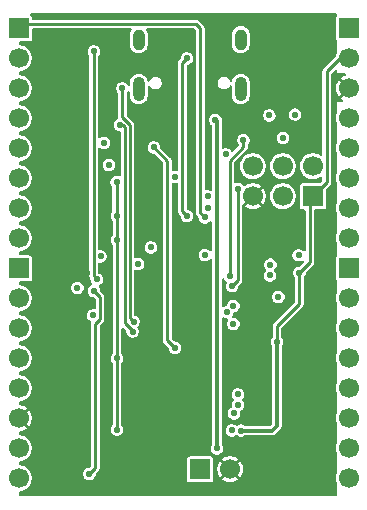
<source format=gbr>
%TF.GenerationSoftware,KiCad,Pcbnew,9.0.4*%
%TF.CreationDate,2025-09-04T16:16:01+01:00*%
%TF.ProjectId,MicroPython,4d696372-6f50-4797-9468-6f6e2e6b6963,rev?*%
%TF.SameCoordinates,Original*%
%TF.FileFunction,Copper,L4,Bot*%
%TF.FilePolarity,Positive*%
%FSLAX46Y46*%
G04 Gerber Fmt 4.6, Leading zero omitted, Abs format (unit mm)*
G04 Created by KiCad (PCBNEW 9.0.4) date 2025-09-04 16:16:01*
%MOMM*%
%LPD*%
G01*
G04 APERTURE LIST*
%TA.AperFunction,ComponentPad*%
%ADD10R,1.700000X1.700000*%
%TD*%
%TA.AperFunction,ComponentPad*%
%ADD11C,1.700000*%
%TD*%
%TA.AperFunction,HeatsinkPad*%
%ADD12O,1.000000X2.100000*%
%TD*%
%TA.AperFunction,HeatsinkPad*%
%ADD13O,1.000000X1.800000*%
%TD*%
%TA.AperFunction,ViaPad*%
%ADD14C,0.550000*%
%TD*%
%TA.AperFunction,Conductor*%
%ADD15C,0.220000*%
%TD*%
%TA.AperFunction,Conductor*%
%ADD16C,0.230000*%
%TD*%
%TA.AperFunction,Conductor*%
%ADD17C,0.250000*%
%TD*%
%TA.AperFunction,Conductor*%
%ADD18C,0.300000*%
%TD*%
%TA.AperFunction,Conductor*%
%ADD19C,0.350000*%
%TD*%
G04 APERTURE END LIST*
D10*
%TO.P,J8,1,Pin_1*%
%TO.N,+3V3*%
X154432000Y-66294000D03*
D11*
%TO.P,J8,2,Pin_2*%
%TO.N,/PA13-SWDIO*%
X154432000Y-63754000D03*
%TO.P,J8,3,Pin_3*%
%TO.N,unconnected-(J8-Pin_3-Pad3)*%
X151892000Y-66294000D03*
%TO.P,J8,4,Pin_4*%
%TO.N,/RST-SW*%
X151892000Y-63754000D03*
%TO.P,J8,5,Pin_5*%
%TO.N,GND*%
X149352000Y-66294000D03*
%TO.P,J8,6,Pin_6*%
%TO.N,/PA14-SWCLCK*%
X149352000Y-63754000D03*
%TD*%
D10*
%TO.P,J9,1,Pin_1*%
%TO.N,VBAT*%
X144907000Y-89408000D03*
D11*
%TO.P,J9,2,Pin_2*%
%TO.N,GND*%
X147447000Y-89408000D03*
%TD*%
D12*
%TO.P,J10,S1,SHIELD*%
%TO.N,Net-(J10-SHIELD)*%
X148338000Y-57207000D03*
D13*
X148338000Y-53027000D03*
D12*
X139698000Y-57207000D03*
D13*
X139698000Y-53027000D03*
%TD*%
D11*
%TO.P,J2,8,Pin_8*%
%TO.N,V+*%
X129540000Y-90170000D03*
%TO.P,J2,7,Pin_7*%
%TO.N,+3V3*%
X129540000Y-87630000D03*
%TO.P,J2,6,Pin_6*%
%TO.N,GND*%
X129540000Y-85090000D03*
%TO.P,J2,5,Pin_5*%
%TO.N,/RST-SW*%
X129540000Y-82550000D03*
%TO.P,J2,4,Pin_4*%
%TO.N,/PC5-X12*%
X129540000Y-80010000D03*
%TO.P,J2,3,Pin_3*%
%TO.N,/PC4-X11*%
X129540000Y-77470000D03*
%TO.P,J2,2,Pin_2*%
%TO.N,/PB7-SDA-X10*%
X129540000Y-74930000D03*
D10*
%TO.P,J2,1,Pin_1*%
%TO.N,/PB6-SCL-X9*%
X129540000Y-72390000D03*
%TD*%
D11*
%TO.P,J7,8,Pin_8*%
%TO.N,/PB10-Y9*%
X157480000Y-69850000D03*
%TO.P,J7,7,Pin_7*%
%TO.N,/PB11-Y10*%
X157480000Y-67310000D03*
%TO.P,J7,6,Pin_6*%
%TO.N,/PB0-Y11*%
X157480000Y-64770000D03*
%TO.P,J7,5,Pin_5*%
%TO.N,/PB1-Y12*%
X157480000Y-62230000D03*
%TO.P,J7,4,Pin_4*%
%TO.N,/RST-SW*%
X157480000Y-59690000D03*
%TO.P,J7,3,Pin_3*%
%TO.N,GND*%
X157480000Y-57150000D03*
%TO.P,J7,2,Pin_2*%
%TO.N,+3V3*%
X157480000Y-54610000D03*
D10*
%TO.P,J7,1,Pin_1*%
%TO.N,V+*%
X157480000Y-52070000D03*
%TD*%
D11*
%TO.P,J1,8,Pin_8*%
%TO.N,/PA0-X1*%
X157480000Y-90170000D03*
%TO.P,J1,7,Pin_7*%
%TO.N,/PA1-X2*%
X157480000Y-87630000D03*
%TO.P,J1,6,Pin_6*%
%TO.N,/PA2-X3*%
X157480000Y-85090000D03*
%TO.P,J1,5,Pin_5*%
%TO.N,/PA3-X4*%
X157480000Y-82550000D03*
%TO.P,J1,4,Pin_4*%
%TO.N,/PA4-X5*%
X157480000Y-80010000D03*
%TO.P,J1,3,Pin_3*%
%TO.N,/PA5-X6*%
X157480000Y-77470000D03*
%TO.P,J1,2,Pin_2*%
%TO.N,/PA6-X7*%
X157480000Y-74930000D03*
D10*
%TO.P,J1,1,Pin_1*%
%TO.N,/PA7-X8*%
X157480000Y-72390000D03*
%TD*%
D11*
%TO.P,J6,8,Pin_8*%
%TO.N,/PB15-Y8*%
X129540000Y-69850000D03*
%TO.P,J6,7,Pin_7*%
%TO.N,/PB14-Y7*%
X129540000Y-67310000D03*
%TO.P,J6,6,Pin_6*%
%TO.N,/PB13-Y6*%
X129540000Y-64770000D03*
%TO.P,J6,5,Pin_5*%
%TO.N,/PB12-Y5*%
X129540000Y-62230000D03*
%TO.P,J6,4,Pin_4*%
%TO.N,/PB9-Y4*%
X129540000Y-59690000D03*
%TO.P,J6,3,Pin_3*%
%TO.N,/PB8-Y3*%
X129540000Y-57150000D03*
%TO.P,J6,2,Pin_2*%
%TO.N,/PC7-Y2*%
X129540000Y-54610000D03*
D10*
%TO.P,J6,1,Pin_1*%
%TO.N,/PC6-Y1*%
X129540000Y-52070000D03*
%TD*%
D14*
%TO.N,GND*%
X144272000Y-66548000D03*
X142748000Y-89535000D03*
X151384000Y-89154000D03*
X152400000Y-85471000D03*
X148971000Y-69088000D03*
X134112000Y-65024000D03*
X147193000Y-55626000D03*
X142240000Y-53213000D03*
X138176000Y-55626000D03*
X145415000Y-51308000D03*
X155956000Y-51181000D03*
X151384000Y-56896000D03*
X152908000Y-56896000D03*
X152654000Y-60071000D03*
X136525000Y-64770000D03*
X155829000Y-82804000D03*
X144145000Y-77470000D03*
X144313795Y-73334172D03*
X140589000Y-73406000D03*
X131064000Y-75946000D03*
X138557000Y-81280000D03*
X140208000Y-86741000D03*
X143510000Y-82042000D03*
X148082000Y-80772000D03*
%TO.N,+3V3*%
X136469832Y-71374000D03*
X137858500Y-69977000D03*
%TO.N,/PB3-SW-X17*%
X135884832Y-54025000D03*
%TO.N,/PB12-Y5*%
X147066000Y-62738000D03*
%TO.N,/PB14-Y7*%
X145542000Y-67310000D03*
%TO.N,/PB1-Y12*%
X148550425Y-61531886D03*
X147395000Y-73025000D03*
%TO.N,/PB9-Y4*%
X138103000Y-60229932D03*
X139179210Y-77748958D03*
%TO.N,/PA0-X1*%
X147779481Y-84660481D03*
%TO.N,/PB3-SW-X17*%
X136161588Y-73329552D03*
%TO.N,/PB13-Y6*%
X145542000Y-66294000D03*
%TO.N,/PB7-SDA-X10*%
X135828439Y-76375025D03*
%TO.N,/PB11-Y10*%
X150839961Y-72078493D03*
%TO.N,/PA1-X2*%
X148082000Y-83947000D03*
%TO.N,/PA4-X5*%
X147701000Y-77089000D03*
%TO.N,/PC4-X11*%
X147701000Y-75565000D03*
%TO.N,/PC6-Y1*%
X145288000Y-68072000D03*
%TO.N,/PB15-Y8*%
X145288000Y-71247000D03*
%TO.N,/PA2-X3*%
X148082000Y-83058000D03*
%TO.N,/PB0-Y11*%
X148082000Y-65659000D03*
X147605750Y-73882250D03*
%TO.N,/PB6-SCL-X9*%
X134498058Y-74041752D03*
%TO.N,/PC5-X12*%
X147170668Y-76095332D03*
%TO.N,/RST-SW*%
X151901061Y-61336341D03*
X140970000Y-62153000D03*
X142760001Y-79121000D03*
%TO.N,/PB8-Y3*%
X138303000Y-57150000D03*
X139255500Y-76898500D03*
%TO.N,/PC7-Y2*%
X143764000Y-67945000D03*
X143764000Y-54610000D03*
%TO.N,/PB10-Y9*%
X150797885Y-72986716D03*
%TO.N,GND*%
X131064000Y-72009000D03*
X141224000Y-59309000D03*
X147828000Y-78182534D03*
X150241000Y-79629000D03*
X152654000Y-74882560D03*
X131445000Y-66548000D03*
X155067000Y-90551000D03*
X152999560Y-81280000D03*
X156083000Y-81026000D03*
X152240277Y-68933576D03*
X130937000Y-51054000D03*
X149653440Y-54102000D03*
X150495000Y-82677000D03*
X147212935Y-58788999D03*
X130810000Y-91186000D03*
X145520531Y-61459723D03*
X154813000Y-85725000D03*
X147066000Y-85344000D03*
X130683000Y-55880000D03*
X145542000Y-65278000D03*
X133143440Y-77216000D03*
X149963280Y-60198000D03*
X131699000Y-68580000D03*
X133604000Y-90678000D03*
X145415000Y-86868000D03*
X156222979Y-63881000D03*
X140347797Y-83698660D03*
X130937000Y-60960000D03*
X139827000Y-64389000D03*
X135298832Y-72812017D03*
X147574000Y-61468000D03*
X139284770Y-78775526D03*
X134366000Y-56007000D03*
X145542000Y-85344000D03*
X130429000Y-81153000D03*
X140081000Y-88646000D03*
X153253560Y-77724000D03*
X131191000Y-64008000D03*
X154813000Y-68580000D03*
%TO.N,+3V3*%
X137858500Y-80014500D03*
X137818720Y-65070720D03*
X151384000Y-78613000D03*
X153289000Y-72771000D03*
X137858500Y-86042500D03*
X142748000Y-64643000D03*
X148349000Y-86119000D03*
X147574000Y-86106000D03*
X137858500Y-67945000D03*
%TO.N,VBUS*%
X146304000Y-87630000D03*
X146177000Y-59817000D03*
%TO.N,/PA13-SWDIO*%
X140716000Y-70612000D03*
%TO.N,/PA14-SWCLCK*%
X137160000Y-63627000D03*
%TO.N,/PA15-TDI*%
X152932544Y-59374640D03*
X153236189Y-71283000D03*
X139610073Y-72031590D03*
%TO.N,/PB4-TRST*%
X151511000Y-74803000D03*
X135509000Y-89789000D03*
X150749000Y-59436000D03*
X135890000Y-74295000D03*
%TO.N,/RST-SW*%
X136746588Y-61760000D03*
%TD*%
D15*
%TO.N,/PC7-Y2*%
X143383000Y-67564000D02*
X143764000Y-67945000D01*
X143383000Y-54991000D02*
X143383000Y-67564000D01*
X143764000Y-54610000D02*
X143383000Y-54991000D01*
%TO.N,/PB3-SW-X17*%
X135884832Y-54025000D02*
X135884832Y-73052796D01*
X135884832Y-73052796D02*
X136161588Y-73329552D01*
%TO.N,+3V3*%
X137818720Y-67905220D02*
X137858500Y-67945000D01*
X137818720Y-65070720D02*
X137818720Y-67905220D01*
%TO.N,/PB1-Y12*%
X148550425Y-62142575D02*
X147395000Y-63298000D01*
X148550425Y-61531886D02*
X148550425Y-62142575D01*
X147395000Y-63298000D02*
X147395000Y-73025000D01*
%TO.N,/PB9-Y4*%
X139179210Y-77711210D02*
X139179210Y-77748958D01*
X138334932Y-60229932D02*
X138517000Y-60412000D01*
X138517000Y-60412000D02*
X138517000Y-77049000D01*
X138103000Y-60229932D02*
X138334932Y-60229932D01*
X138517000Y-77049000D02*
X139179210Y-77711210D01*
%TO.N,/PC6-Y1*%
X144907000Y-67691000D02*
X144907000Y-52070000D01*
X144907000Y-52070000D02*
X144521149Y-51684149D01*
X144521149Y-51684149D02*
X129925851Y-51684149D01*
X145288000Y-68072000D02*
X144907000Y-67691000D01*
X129925851Y-51684149D02*
X129540000Y-52070000D01*
%TO.N,/PB0-Y11*%
X148082000Y-73406000D02*
X147605750Y-73882250D01*
D16*
X148082000Y-65659000D02*
X148082000Y-73406000D01*
D15*
%TO.N,/PB6-SCL-X9*%
X134498058Y-74041752D02*
X134415000Y-73958694D01*
%TO.N,/RST-SW*%
X142113000Y-78473999D02*
X142760001Y-79121000D01*
X140970000Y-62153000D02*
X142113000Y-63296000D01*
X142113000Y-63296000D02*
X142113000Y-78473999D01*
%TO.N,/PB8-Y3*%
X139255500Y-76898500D02*
X138938000Y-76581000D01*
X138938000Y-76581000D02*
X138938000Y-60237616D01*
X138303000Y-59602616D02*
X138303000Y-57150000D01*
X138938000Y-60237616D02*
X138303000Y-59602616D01*
%TO.N,+3V3*%
X153289000Y-72771000D02*
X154178000Y-71882000D01*
X151384000Y-77279500D02*
X153289000Y-75374500D01*
X154178000Y-71882000D02*
X154178000Y-66548000D01*
D17*
X157480000Y-54610000D02*
X156718000Y-54610000D01*
X156718000Y-54610000D02*
X155622979Y-55705021D01*
D18*
X151384000Y-85725000D02*
X150990000Y-86119000D01*
X150990000Y-86119000D02*
X148349000Y-86119000D01*
X151384000Y-78994000D02*
X151384000Y-85725000D01*
D15*
X151384000Y-78994000D02*
X151384000Y-77279500D01*
D17*
X155622979Y-65103021D02*
X154432000Y-66294000D01*
X155622979Y-55705021D02*
X155622979Y-65103021D01*
D15*
X154178000Y-66548000D02*
X154432000Y-66294000D01*
X153289000Y-75374500D02*
X153289000Y-72771000D01*
D17*
X137858500Y-80014500D02*
X137858500Y-86042500D01*
D18*
X151384000Y-78613000D02*
X151384000Y-78994000D01*
D19*
%TO.N,VBUS*%
X146304000Y-59944000D02*
X146177000Y-59817000D01*
X146304000Y-87630000D02*
X146304000Y-59944000D01*
D15*
%TO.N,/PB4-TRST*%
X136017000Y-89281000D02*
X136017000Y-77089000D01*
X136414439Y-74819439D02*
X135890000Y-74295000D01*
X135509000Y-89789000D02*
X136017000Y-89281000D01*
X136017000Y-77089000D02*
X136414439Y-76691561D01*
X136414439Y-76691561D02*
X136414439Y-74819439D01*
D17*
%TO.N,+3V3*%
X137858500Y-67945000D02*
X137858500Y-80014500D01*
%TD*%
%TA.AperFunction,Conductor*%
%TO.N,GND*%
G36*
X156419069Y-50820817D02*
G01*
X156458665Y-50875317D01*
X156464000Y-50909000D01*
X156464000Y-50984482D01*
X156445631Y-51045038D01*
X156394034Y-51122258D01*
X156394034Y-51122260D01*
X156379500Y-51195326D01*
X156379500Y-52944674D01*
X156391127Y-53003126D01*
X156394034Y-53017741D01*
X156417528Y-53052902D01*
X156445630Y-53094961D01*
X156464000Y-53155516D01*
X156464000Y-54158371D01*
X156459163Y-54190481D01*
X156458917Y-54191278D01*
X156406598Y-54352299D01*
X156403763Y-54370194D01*
X156401479Y-54377605D01*
X156386341Y-54399117D01*
X156374391Y-54422570D01*
X155392417Y-55404546D01*
X155392416Y-55404545D01*
X155322503Y-55474458D01*
X155273068Y-55560083D01*
X155247479Y-55655582D01*
X155247479Y-62772262D01*
X155226662Y-62836331D01*
X155172162Y-62875927D01*
X155104796Y-62875927D01*
X155074411Y-62860445D01*
X155008790Y-62812769D01*
X155008780Y-62812763D01*
X154854443Y-62734126D01*
X154689704Y-62680598D01*
X154689705Y-62680598D01*
X154518612Y-62653500D01*
X154518611Y-62653500D01*
X154345389Y-62653500D01*
X154345387Y-62653500D01*
X154174295Y-62680598D01*
X154009556Y-62734126D01*
X153855219Y-62812763D01*
X153855216Y-62812765D01*
X153715074Y-62914584D01*
X153592584Y-63037074D01*
X153490765Y-63177216D01*
X153490763Y-63177219D01*
X153412126Y-63331556D01*
X153358598Y-63496295D01*
X153331500Y-63667387D01*
X153331500Y-63840612D01*
X153358598Y-64011704D01*
X153412126Y-64176443D01*
X153490763Y-64330780D01*
X153490765Y-64330783D01*
X153490768Y-64330788D01*
X153592586Y-64470928D01*
X153715072Y-64593414D01*
X153855212Y-64695232D01*
X153855216Y-64695234D01*
X153855219Y-64695236D01*
X153926153Y-64731378D01*
X154009555Y-64773873D01*
X154095253Y-64801718D01*
X154174295Y-64827401D01*
X154174297Y-64827401D01*
X154174299Y-64827402D01*
X154345389Y-64854500D01*
X154345390Y-64854500D01*
X154518610Y-64854500D01*
X154518611Y-64854500D01*
X154689701Y-64827402D01*
X154854445Y-64773873D01*
X155008788Y-64695232D01*
X155074411Y-64647553D01*
X155090829Y-64642219D01*
X155104796Y-64632072D01*
X155122059Y-64632072D01*
X155138479Y-64626737D01*
X155154898Y-64632072D01*
X155172162Y-64632072D01*
X155186128Y-64642219D01*
X155202547Y-64647554D01*
X155212693Y-64661519D01*
X155226662Y-64671668D01*
X155231997Y-64688088D01*
X155242144Y-64702054D01*
X155247479Y-64735737D01*
X155247479Y-64902333D01*
X155226662Y-64966402D01*
X155215554Y-64979408D01*
X155033387Y-65161575D01*
X154973363Y-65192158D01*
X154956312Y-65193500D01*
X153557326Y-65193500D01*
X153484260Y-65208034D01*
X153401399Y-65263399D01*
X153346034Y-65346260D01*
X153331500Y-65419326D01*
X153331500Y-67168674D01*
X153346034Y-67241740D01*
X153401399Y-67324601D01*
X153484260Y-67379966D01*
X153557326Y-67394500D01*
X153708500Y-67394500D01*
X153772569Y-67415317D01*
X153812165Y-67469817D01*
X153817500Y-67503500D01*
X153817500Y-70857992D01*
X153796683Y-70922061D01*
X153742183Y-70961657D01*
X153674817Y-70961657D01*
X153631427Y-70935068D01*
X153558854Y-70862495D01*
X153543018Y-70853352D01*
X153439024Y-70793311D01*
X153305372Y-70757500D01*
X153167006Y-70757500D01*
X153033353Y-70793311D01*
X152913526Y-70862493D01*
X152815682Y-70960337D01*
X152746500Y-71080164D01*
X152720335Y-71177817D01*
X152710689Y-71213817D01*
X152710689Y-71352183D01*
X152720284Y-71387994D01*
X152746500Y-71485835D01*
X152805949Y-71588804D01*
X152815684Y-71605665D01*
X152913524Y-71703505D01*
X153033353Y-71772688D01*
X153167006Y-71808500D01*
X153305372Y-71808500D01*
X153439025Y-71772688D01*
X153522820Y-71724308D01*
X153588712Y-71710303D01*
X153650254Y-71737703D01*
X153683937Y-71796043D01*
X153676896Y-71863040D01*
X153654394Y-71895781D01*
X153336601Y-72213575D01*
X153276578Y-72244158D01*
X153259526Y-72245500D01*
X153219817Y-72245500D01*
X153086164Y-72281311D01*
X152966337Y-72350493D01*
X152868493Y-72448337D01*
X152799311Y-72568164D01*
X152763500Y-72701817D01*
X152763500Y-72840182D01*
X152799311Y-72973835D01*
X152818394Y-73006887D01*
X152868495Y-73093665D01*
X152896576Y-73121746D01*
X152927158Y-73181768D01*
X152928500Y-73198819D01*
X152928500Y-75180026D01*
X152907683Y-75244095D01*
X152896575Y-75257101D01*
X151162648Y-76991028D01*
X151162647Y-76991027D01*
X151095530Y-77058145D01*
X151095528Y-77058148D01*
X151048067Y-77140351D01*
X151023500Y-77232039D01*
X151023500Y-78185180D01*
X151002683Y-78249249D01*
X150991576Y-78262253D01*
X150963495Y-78290334D01*
X150894311Y-78410164D01*
X150858611Y-78543401D01*
X150858500Y-78543817D01*
X150858500Y-78682183D01*
X150863406Y-78700493D01*
X150894311Y-78815835D01*
X150967067Y-78941852D01*
X150964790Y-78943166D01*
X150983462Y-78995863D01*
X150983500Y-78998736D01*
X150983500Y-85513957D01*
X150980782Y-85522321D01*
X150982158Y-85531008D01*
X150970570Y-85553750D01*
X150962683Y-85578026D01*
X150951575Y-85591032D01*
X150856032Y-85686575D01*
X150796008Y-85717158D01*
X150778957Y-85718500D01*
X148734737Y-85718500D01*
X148678848Y-85700340D01*
X148677852Y-85702067D01*
X148551835Y-85629311D01*
X148418183Y-85593500D01*
X148279817Y-85593500D01*
X148146164Y-85629311D01*
X148024802Y-85699380D01*
X147958908Y-85713386D01*
X147903271Y-85688614D01*
X147902330Y-85689842D01*
X147896665Y-85685495D01*
X147776835Y-85616311D01*
X147643183Y-85580500D01*
X147504817Y-85580500D01*
X147371164Y-85616311D01*
X147251337Y-85685493D01*
X147153493Y-85783337D01*
X147084311Y-85903164D01*
X147048500Y-86036817D01*
X147048500Y-86175182D01*
X147084311Y-86308835D01*
X147153493Y-86428662D01*
X147153495Y-86428665D01*
X147251335Y-86526505D01*
X147371164Y-86595688D01*
X147504817Y-86631500D01*
X147643183Y-86631500D01*
X147776836Y-86595688D01*
X147896665Y-86526505D01*
X147896667Y-86526502D01*
X147898196Y-86525620D01*
X147964090Y-86511613D01*
X148019728Y-86536384D01*
X148020670Y-86535158D01*
X148026334Y-86539504D01*
X148026335Y-86539505D01*
X148146164Y-86608688D01*
X148279817Y-86644500D01*
X148418183Y-86644500D01*
X148551836Y-86608688D01*
X148671665Y-86539505D01*
X148671664Y-86539505D01*
X148677852Y-86535933D01*
X148679164Y-86538205D01*
X148731886Y-86519537D01*
X148734737Y-86519500D01*
X151042727Y-86519500D01*
X151144588Y-86492207D01*
X151235913Y-86439480D01*
X151704480Y-85970913D01*
X151757207Y-85879588D01*
X151784500Y-85777727D01*
X151784500Y-85672273D01*
X151784500Y-78998736D01*
X151802658Y-78942848D01*
X151800933Y-78941852D01*
X151844289Y-78866756D01*
X151873688Y-78815836D01*
X151909500Y-78682183D01*
X151909500Y-78543817D01*
X151873688Y-78410164D01*
X151804505Y-78290335D01*
X151793695Y-78279525D01*
X151776424Y-78262253D01*
X151745842Y-78202230D01*
X151744500Y-78185180D01*
X151744500Y-77473973D01*
X151765317Y-77409904D01*
X151776419Y-77396904D01*
X153577472Y-75595852D01*
X153624933Y-75513648D01*
X153649500Y-75421961D01*
X153649500Y-75327039D01*
X153649500Y-73198819D01*
X153670317Y-73134750D01*
X153681419Y-73121750D01*
X153709505Y-73093665D01*
X153778688Y-72973836D01*
X153814500Y-72840183D01*
X153814500Y-72800473D01*
X153835317Y-72736404D01*
X153846419Y-72723404D01*
X154466472Y-72103352D01*
X154513933Y-72021148D01*
X154538500Y-71929461D01*
X154538500Y-71834539D01*
X154538500Y-67503500D01*
X154559317Y-67439431D01*
X154613817Y-67399835D01*
X154647500Y-67394500D01*
X155306670Y-67394500D01*
X155306674Y-67394500D01*
X155379740Y-67379966D01*
X155462601Y-67324601D01*
X155517966Y-67241740D01*
X155532500Y-67168674D01*
X155532500Y-65769687D01*
X155553317Y-65705618D01*
X155564425Y-65692612D01*
X155679965Y-65577072D01*
X155923454Y-65333584D01*
X155972890Y-65247958D01*
X155998479Y-65152457D01*
X155998479Y-65053585D01*
X155998479Y-55905708D01*
X156019296Y-55841639D01*
X156030404Y-55828633D01*
X156277925Y-55581112D01*
X156337949Y-55550529D01*
X156404485Y-55561067D01*
X156452120Y-55608702D01*
X156464000Y-55658187D01*
X156464000Y-55880000D01*
X156464001Y-55880000D01*
X157140784Y-55880000D01*
X157204853Y-55900817D01*
X157244449Y-55955317D01*
X157244449Y-56022683D01*
X157204853Y-56077183D01*
X157174467Y-56092665D01*
X157057751Y-56130588D01*
X156903478Y-56209193D01*
X156794874Y-56288096D01*
X157226047Y-56719270D01*
X157172993Y-56749901D01*
X157079901Y-56842993D01*
X157049269Y-56896047D01*
X156618096Y-56464874D01*
X156539193Y-56573478D01*
X156460588Y-56727751D01*
X156407086Y-56892411D01*
X156380000Y-57063427D01*
X156380000Y-57236572D01*
X156407086Y-57407588D01*
X156460588Y-57572248D01*
X156539196Y-57726524D01*
X156618096Y-57835124D01*
X157049269Y-57403950D01*
X157079901Y-57457007D01*
X157172993Y-57550099D01*
X157226045Y-57580729D01*
X156794874Y-58011901D01*
X156903476Y-58090804D01*
X156903898Y-58091063D01*
X156904005Y-58091189D01*
X156906940Y-58093321D01*
X156906428Y-58094025D01*
X156947648Y-58142289D01*
X156952933Y-58209447D01*
X156917734Y-58266885D01*
X156855496Y-58292664D01*
X156846945Y-58293000D01*
X156464000Y-58293000D01*
X156464000Y-58293001D01*
X156464000Y-59238371D01*
X156458665Y-59272054D01*
X156406598Y-59432295D01*
X156379500Y-59603387D01*
X156379500Y-59776612D01*
X156406598Y-59947704D01*
X156458665Y-60107946D01*
X156464000Y-60141629D01*
X156464000Y-61778371D01*
X156458665Y-61812054D01*
X156406598Y-61972295D01*
X156379500Y-62143387D01*
X156379500Y-62316612D01*
X156406598Y-62487704D01*
X156458665Y-62647946D01*
X156464000Y-62681629D01*
X156464000Y-64318371D01*
X156458665Y-64352054D01*
X156406598Y-64512295D01*
X156379500Y-64683387D01*
X156379500Y-64856612D01*
X156406598Y-65027704D01*
X156458665Y-65187946D01*
X156464000Y-65221629D01*
X156464000Y-66858371D01*
X156458665Y-66892054D01*
X156406598Y-67052295D01*
X156379500Y-67223387D01*
X156379500Y-67396612D01*
X156406598Y-67567704D01*
X156458665Y-67727946D01*
X156464000Y-67761629D01*
X156464000Y-69398371D01*
X156458665Y-69432054D01*
X156406598Y-69592295D01*
X156379500Y-69763387D01*
X156379500Y-69936612D01*
X156406598Y-70107704D01*
X156458665Y-70267946D01*
X156464000Y-70301629D01*
X156464000Y-71304482D01*
X156445631Y-71365038D01*
X156394034Y-71442258D01*
X156393850Y-71443183D01*
X156379500Y-71515326D01*
X156379500Y-73264674D01*
X156388393Y-73309381D01*
X156394034Y-73337741D01*
X156408256Y-73359025D01*
X156445630Y-73414961D01*
X156464000Y-73475516D01*
X156464000Y-74478371D01*
X156458665Y-74512054D01*
X156406598Y-74672295D01*
X156379500Y-74843387D01*
X156379500Y-75016612D01*
X156406598Y-75187704D01*
X156458665Y-75347946D01*
X156464000Y-75381629D01*
X156464000Y-77018371D01*
X156458665Y-77052054D01*
X156406598Y-77212295D01*
X156379500Y-77383387D01*
X156379500Y-77556612D01*
X156406598Y-77727704D01*
X156458665Y-77887946D01*
X156464000Y-77921629D01*
X156464000Y-79558371D01*
X156458665Y-79592054D01*
X156406598Y-79752295D01*
X156379500Y-79923387D01*
X156379500Y-80096612D01*
X156406598Y-80267704D01*
X156458665Y-80427946D01*
X156464000Y-80461629D01*
X156464000Y-82098371D01*
X156458665Y-82132054D01*
X156406598Y-82292295D01*
X156379500Y-82463387D01*
X156379500Y-82636612D01*
X156406598Y-82807704D01*
X156458665Y-82967946D01*
X156464000Y-83001629D01*
X156464000Y-84638371D01*
X156458665Y-84672054D01*
X156406598Y-84832295D01*
X156379500Y-85003387D01*
X156379500Y-85176612D01*
X156406598Y-85347704D01*
X156458665Y-85507946D01*
X156464000Y-85541629D01*
X156464000Y-87178371D01*
X156458665Y-87212054D01*
X156406598Y-87372295D01*
X156379500Y-87543387D01*
X156379500Y-87716612D01*
X156406598Y-87887704D01*
X156458665Y-88047946D01*
X156464000Y-88081629D01*
X156464000Y-89718371D01*
X156458665Y-89752054D01*
X156406598Y-89912295D01*
X156379500Y-90083387D01*
X156379500Y-90256612D01*
X156406598Y-90427704D01*
X156458665Y-90587946D01*
X156464000Y-90621629D01*
X156464000Y-91585000D01*
X156443183Y-91649069D01*
X156388683Y-91688665D01*
X156355000Y-91694000D01*
X129649000Y-91694000D01*
X129632580Y-91688665D01*
X129615317Y-91688665D01*
X129601350Y-91678517D01*
X129584931Y-91673183D01*
X129574783Y-91659216D01*
X129560817Y-91649069D01*
X129555482Y-91632649D01*
X129545335Y-91618683D01*
X129540000Y-91585000D01*
X129540000Y-91377312D01*
X129560817Y-91313243D01*
X129615317Y-91273647D01*
X129631942Y-91269655D01*
X129797701Y-91243402D01*
X129962445Y-91189873D01*
X130116788Y-91111232D01*
X130256928Y-91009414D01*
X130379414Y-90886928D01*
X130481232Y-90746788D01*
X130559873Y-90592445D01*
X130613402Y-90427701D01*
X130640500Y-90256611D01*
X130640500Y-90083389D01*
X130613402Y-89912299D01*
X130612005Y-89908000D01*
X130559874Y-89747557D01*
X130545740Y-89719817D01*
X134983500Y-89719817D01*
X134983500Y-89858182D01*
X135019311Y-89991835D01*
X135072170Y-90083389D01*
X135088495Y-90111665D01*
X135186335Y-90209505D01*
X135306164Y-90278688D01*
X135439817Y-90314500D01*
X135578183Y-90314500D01*
X135711836Y-90278688D01*
X135831665Y-90209505D01*
X135929505Y-90111665D01*
X135998688Y-89991836D01*
X136034500Y-89858183D01*
X136034500Y-89818473D01*
X136055317Y-89754404D01*
X136066419Y-89741404D01*
X136305472Y-89502352D01*
X136352933Y-89420148D01*
X136377500Y-89328461D01*
X136377500Y-89233539D01*
X136377500Y-88533326D01*
X143806500Y-88533326D01*
X143806500Y-90282674D01*
X143821034Y-90355740D01*
X143876399Y-90438601D01*
X143959260Y-90493966D01*
X144032326Y-90508500D01*
X144032330Y-90508500D01*
X145781670Y-90508500D01*
X145781674Y-90508500D01*
X145854740Y-90493966D01*
X145937601Y-90438601D01*
X145992966Y-90355740D01*
X146007500Y-90282674D01*
X146007500Y-89321427D01*
X146347000Y-89321427D01*
X146347000Y-89494572D01*
X146374086Y-89665588D01*
X146427588Y-89830248D01*
X146506196Y-89984524D01*
X146585096Y-90093124D01*
X147016269Y-89661950D01*
X147046901Y-89715007D01*
X147139993Y-89808099D01*
X147193045Y-89838729D01*
X146761874Y-90269901D01*
X146870474Y-90348802D01*
X147024751Y-90427411D01*
X147189411Y-90480913D01*
X147360428Y-90508000D01*
X147533572Y-90508000D01*
X147704588Y-90480913D01*
X147869248Y-90427411D01*
X148023529Y-90348801D01*
X148132124Y-90269902D01*
X148132124Y-90269901D01*
X147700952Y-89838729D01*
X147754007Y-89808099D01*
X147847099Y-89715007D01*
X147877729Y-89661952D01*
X148308901Y-90093124D01*
X148308902Y-90093124D01*
X148387801Y-89984529D01*
X148466411Y-89830248D01*
X148519913Y-89665588D01*
X148547000Y-89494572D01*
X148547000Y-89321427D01*
X148519913Y-89150411D01*
X148466411Y-88985751D01*
X148387802Y-88831474D01*
X148308901Y-88722874D01*
X147877729Y-89154045D01*
X147847099Y-89100993D01*
X147754007Y-89007901D01*
X147700950Y-88977269D01*
X148132124Y-88546096D01*
X148023524Y-88467196D01*
X147869248Y-88388588D01*
X147704588Y-88335086D01*
X147533572Y-88308000D01*
X147360428Y-88308000D01*
X147189411Y-88335086D01*
X147024751Y-88388588D01*
X146870478Y-88467193D01*
X146761874Y-88546096D01*
X147193047Y-88977269D01*
X147139993Y-89007901D01*
X147046901Y-89100993D01*
X147016269Y-89154047D01*
X146585096Y-88722874D01*
X146506193Y-88831478D01*
X146427588Y-88985751D01*
X146374086Y-89150411D01*
X146347000Y-89321427D01*
X146007500Y-89321427D01*
X146007500Y-88533326D01*
X145992966Y-88460260D01*
X145937601Y-88377399D01*
X145854740Y-88322034D01*
X145781674Y-88307500D01*
X144032326Y-88307500D01*
X143959260Y-88322034D01*
X143876399Y-88377399D01*
X143821034Y-88460260D01*
X143806500Y-88533326D01*
X136377500Y-88533326D01*
X136377500Y-77283473D01*
X136398317Y-77219404D01*
X136409419Y-77206404D01*
X136702911Y-76912913D01*
X136750372Y-76830709D01*
X136774939Y-76739022D01*
X136774939Y-76644100D01*
X136774939Y-74771978D01*
X136750372Y-74680291D01*
X136750371Y-74680290D01*
X136750372Y-74680290D01*
X136714214Y-74617665D01*
X136702911Y-74598087D01*
X136672076Y-74567252D01*
X136635791Y-74530966D01*
X136635791Y-74530967D01*
X136447425Y-74342601D01*
X136416842Y-74282577D01*
X136415500Y-74265526D01*
X136415500Y-74225817D01*
X136379688Y-74092164D01*
X136311725Y-73974448D01*
X136297719Y-73908554D01*
X136325119Y-73847013D01*
X136358564Y-73823379D01*
X136358237Y-73822812D01*
X136364418Y-73819242D01*
X136364420Y-73819240D01*
X136364424Y-73819240D01*
X136484253Y-73750057D01*
X136582093Y-73652217D01*
X136651276Y-73532388D01*
X136687088Y-73398735D01*
X136687088Y-73260369D01*
X136651276Y-73126716D01*
X136582093Y-73006887D01*
X136484253Y-72909047D01*
X136364424Y-72839864D01*
X136326119Y-72829600D01*
X136269622Y-72792909D01*
X136245481Y-72730017D01*
X136245332Y-72724314D01*
X136245332Y-71999934D01*
X136266149Y-71935865D01*
X136320649Y-71896269D01*
X136382545Y-71894649D01*
X136400648Y-71899500D01*
X136400649Y-71899500D01*
X136539015Y-71899500D01*
X136672668Y-71863688D01*
X136792497Y-71794505D01*
X136890337Y-71696665D01*
X136959520Y-71576836D01*
X136995332Y-71443183D01*
X136995332Y-71304817D01*
X136959520Y-71171164D01*
X136890337Y-71051335D01*
X136792497Y-70953495D01*
X136792494Y-70953493D01*
X136672667Y-70884311D01*
X136539015Y-70848500D01*
X136400649Y-70848500D01*
X136382541Y-70853352D01*
X136315268Y-70849824D01*
X136262916Y-70807429D01*
X136245332Y-70748065D01*
X136245332Y-65001537D01*
X137293220Y-65001537D01*
X137293220Y-65139903D01*
X137301100Y-65169311D01*
X137329031Y-65273555D01*
X137371309Y-65346783D01*
X137398215Y-65393385D01*
X137426296Y-65421466D01*
X137456878Y-65481488D01*
X137458220Y-65498539D01*
X137458220Y-67558976D01*
X137439947Y-67615213D01*
X137441567Y-67616148D01*
X137368811Y-67742164D01*
X137333000Y-67875817D01*
X137333000Y-68014182D01*
X137368811Y-68147835D01*
X137437993Y-68267662D01*
X137437995Y-68267665D01*
X137451076Y-68280746D01*
X137481658Y-68340768D01*
X137483000Y-68357819D01*
X137483000Y-69564180D01*
X137462183Y-69628249D01*
X137451077Y-69641253D01*
X137437993Y-69654336D01*
X137368811Y-69774164D01*
X137333000Y-69907817D01*
X137333000Y-70046182D01*
X137368811Y-70179835D01*
X137426668Y-70280046D01*
X137437995Y-70299665D01*
X137451076Y-70312746D01*
X137481658Y-70372768D01*
X137483000Y-70389819D01*
X137483000Y-79601680D01*
X137462183Y-79665749D01*
X137451077Y-79678753D01*
X137437993Y-79691836D01*
X137368811Y-79811664D01*
X137333000Y-79945317D01*
X137333000Y-80083682D01*
X137368811Y-80217335D01*
X137437993Y-80337162D01*
X137437995Y-80337165D01*
X137451076Y-80350246D01*
X137481658Y-80410268D01*
X137483000Y-80427319D01*
X137483000Y-85629680D01*
X137462183Y-85693749D01*
X137451077Y-85706753D01*
X137437993Y-85719836D01*
X137368811Y-85839664D01*
X137333000Y-85973317D01*
X137333000Y-86111682D01*
X137368811Y-86245335D01*
X137437993Y-86365162D01*
X137437995Y-86365165D01*
X137535835Y-86463005D01*
X137655664Y-86532188D01*
X137789317Y-86568000D01*
X137927683Y-86568000D01*
X138061336Y-86532188D01*
X138181165Y-86463005D01*
X138279005Y-86365165D01*
X138348188Y-86245336D01*
X138384000Y-86111683D01*
X138384000Y-85973317D01*
X138348188Y-85839664D01*
X138279005Y-85719835D01*
X138265923Y-85706753D01*
X138235342Y-85646728D01*
X138234000Y-85629680D01*
X138234000Y-80427319D01*
X138254817Y-80363250D01*
X138265919Y-80350250D01*
X138279005Y-80337165D01*
X138348188Y-80217336D01*
X138384000Y-80083683D01*
X138384000Y-79945317D01*
X138348188Y-79811664D01*
X138313914Y-79752299D01*
X138279006Y-79691836D01*
X138265923Y-79678753D01*
X138235342Y-79618728D01*
X138234000Y-79601680D01*
X138234000Y-77538974D01*
X138254817Y-77474905D01*
X138309317Y-77435309D01*
X138376683Y-77435309D01*
X138420075Y-77461899D01*
X138621785Y-77663609D01*
X138652368Y-77723633D01*
X138653710Y-77740684D01*
X138653710Y-77818140D01*
X138689521Y-77951793D01*
X138758703Y-78071620D01*
X138758705Y-78071623D01*
X138856545Y-78169463D01*
X138976374Y-78238646D01*
X139110027Y-78274458D01*
X139248393Y-78274458D01*
X139382046Y-78238646D01*
X139501875Y-78169463D01*
X139599715Y-78071623D01*
X139668898Y-77951794D01*
X139704710Y-77818141D01*
X139704710Y-77679775D01*
X139668898Y-77546122D01*
X139599715Y-77426293D01*
X139596143Y-77420106D01*
X139598295Y-77418863D01*
X139579481Y-77365719D01*
X139598619Y-77301129D01*
X139611365Y-77285804D01*
X139676005Y-77221165D01*
X139745188Y-77101336D01*
X139781000Y-76967683D01*
X139781000Y-76829317D01*
X139745188Y-76695664D01*
X139676005Y-76575835D01*
X139578165Y-76477995D01*
X139529894Y-76450126D01*
X139458336Y-76408812D01*
X139379288Y-76387631D01*
X139322791Y-76350941D01*
X139298649Y-76288049D01*
X139298500Y-76282345D01*
X139298500Y-72634193D01*
X139319317Y-72570124D01*
X139373817Y-72530528D01*
X139435709Y-72528907D01*
X139540890Y-72557090D01*
X139679256Y-72557090D01*
X139812909Y-72521278D01*
X139932738Y-72452095D01*
X140030578Y-72354255D01*
X140099761Y-72234426D01*
X140135573Y-72100773D01*
X140135573Y-71962407D01*
X140099761Y-71828754D01*
X140030578Y-71708925D01*
X139932738Y-71611085D01*
X139932735Y-71611083D01*
X139812908Y-71541901D01*
X139679256Y-71506090D01*
X139540890Y-71506090D01*
X139435711Y-71534272D01*
X139368437Y-71530746D01*
X139316085Y-71488351D01*
X139298500Y-71428986D01*
X139298500Y-70542817D01*
X140190500Y-70542817D01*
X140190500Y-70681183D01*
X140192706Y-70689415D01*
X140226311Y-70814835D01*
X140288992Y-70923402D01*
X140295495Y-70934665D01*
X140393335Y-71032505D01*
X140513164Y-71101688D01*
X140646817Y-71137500D01*
X140785183Y-71137500D01*
X140918836Y-71101688D01*
X141038665Y-71032505D01*
X141136505Y-70934665D01*
X141205688Y-70814836D01*
X141241500Y-70681183D01*
X141241500Y-70542817D01*
X141205688Y-70409164D01*
X141136505Y-70289335D01*
X141038665Y-70191495D01*
X141018471Y-70179836D01*
X140918835Y-70122311D01*
X140785183Y-70086500D01*
X140646817Y-70086500D01*
X140513164Y-70122311D01*
X140393337Y-70191493D01*
X140295493Y-70289337D01*
X140226311Y-70409164D01*
X140190500Y-70542817D01*
X139298500Y-70542817D01*
X139298500Y-62083817D01*
X140444500Y-62083817D01*
X140444500Y-62222182D01*
X140480311Y-62355835D01*
X140514665Y-62415338D01*
X140549495Y-62475665D01*
X140647335Y-62573505D01*
X140767164Y-62642688D01*
X140900817Y-62678500D01*
X140940526Y-62678500D01*
X141004595Y-62699317D01*
X141017601Y-62710425D01*
X141720575Y-63413399D01*
X141751158Y-63473423D01*
X141752500Y-63490474D01*
X141752500Y-78426538D01*
X141752500Y-78521460D01*
X141765413Y-78569654D01*
X141777067Y-78613147D01*
X141777066Y-78613147D01*
X141814113Y-78677312D01*
X141824528Y-78695351D01*
X142202577Y-79073400D01*
X142233159Y-79133422D01*
X142234501Y-79150473D01*
X142234501Y-79190182D01*
X142270312Y-79323835D01*
X142270313Y-79323836D01*
X142339496Y-79443665D01*
X142437336Y-79541505D01*
X142557165Y-79610688D01*
X142690818Y-79646500D01*
X142829184Y-79646500D01*
X142962837Y-79610688D01*
X143082666Y-79541505D01*
X143180506Y-79443665D01*
X143249689Y-79323836D01*
X143285501Y-79190183D01*
X143285501Y-79051817D01*
X143249689Y-78918164D01*
X143180506Y-78798335D01*
X143082666Y-78700495D01*
X143082663Y-78700493D01*
X142962836Y-78631311D01*
X142829184Y-78595500D01*
X142789475Y-78595500D01*
X142725406Y-78574683D01*
X142712400Y-78563575D01*
X142505425Y-78356600D01*
X142474842Y-78296576D01*
X142473500Y-78279525D01*
X142473500Y-65255537D01*
X142494317Y-65191468D01*
X142548817Y-65151872D01*
X142610710Y-65150251D01*
X142678817Y-65168500D01*
X142817183Y-65168500D01*
X142885289Y-65150251D01*
X142952562Y-65153777D01*
X143004915Y-65196171D01*
X143022500Y-65255537D01*
X143022500Y-67516539D01*
X143022500Y-67611461D01*
X143023756Y-67616148D01*
X143047067Y-67703148D01*
X143047066Y-67703148D01*
X143067455Y-67738461D01*
X143094528Y-67785352D01*
X143206576Y-67897400D01*
X143237158Y-67957422D01*
X143238500Y-67974473D01*
X143238500Y-68014182D01*
X143274311Y-68147835D01*
X143343493Y-68267662D01*
X143343495Y-68267665D01*
X143441335Y-68365505D01*
X143561164Y-68434688D01*
X143694817Y-68470500D01*
X143833183Y-68470500D01*
X143966836Y-68434688D01*
X144086665Y-68365505D01*
X144184505Y-68267665D01*
X144253688Y-68147836D01*
X144289500Y-68014183D01*
X144289500Y-67875817D01*
X144253688Y-67742164D01*
X144184505Y-67622335D01*
X144086665Y-67524495D01*
X144072885Y-67516539D01*
X143966835Y-67455311D01*
X143826282Y-67417651D01*
X143827040Y-67414819D01*
X143777445Y-67391145D01*
X143745319Y-67331933D01*
X143743500Y-67312102D01*
X143743500Y-55242897D01*
X143764317Y-55178828D01*
X143818817Y-55139232D01*
X143826331Y-55137532D01*
X143826282Y-55137349D01*
X143833183Y-55135500D01*
X143966836Y-55099688D01*
X144086665Y-55030505D01*
X144184505Y-54932665D01*
X144253688Y-54812836D01*
X144289500Y-54679183D01*
X144289500Y-54540817D01*
X144253688Y-54407164D01*
X144184505Y-54287335D01*
X144086665Y-54189495D01*
X144065889Y-54177500D01*
X143966835Y-54120311D01*
X143833183Y-54084500D01*
X143694817Y-54084500D01*
X143561164Y-54120311D01*
X143441337Y-54189493D01*
X143343493Y-54287337D01*
X143274311Y-54407164D01*
X143238500Y-54540817D01*
X143238500Y-54580526D01*
X143217683Y-54644595D01*
X143206575Y-54657601D01*
X143161648Y-54702528D01*
X143161647Y-54702527D01*
X143094530Y-54769645D01*
X143094528Y-54769648D01*
X143047067Y-54851851D01*
X143022500Y-54943539D01*
X143022500Y-64030462D01*
X143001683Y-64094531D01*
X142947183Y-64134127D01*
X142885290Y-64135748D01*
X142817184Y-64117500D01*
X142817183Y-64117500D01*
X142678817Y-64117500D01*
X142678816Y-64117500D01*
X142610710Y-64135748D01*
X142543437Y-64132222D01*
X142491084Y-64089826D01*
X142473500Y-64030462D01*
X142473500Y-63248539D01*
X142468602Y-63230259D01*
X142448933Y-63156852D01*
X142448932Y-63156851D01*
X142448933Y-63156851D01*
X142416975Y-63101500D01*
X142401472Y-63074648D01*
X142396238Y-63069414D01*
X142334352Y-63007527D01*
X142334352Y-63007528D01*
X141527425Y-62200601D01*
X141496842Y-62140577D01*
X141495500Y-62123526D01*
X141495500Y-62083817D01*
X141459688Y-61950164D01*
X141390505Y-61830335D01*
X141292665Y-61732495D01*
X141292662Y-61732493D01*
X141172835Y-61663311D01*
X141039183Y-61627500D01*
X140900817Y-61627500D01*
X140767164Y-61663311D01*
X140647337Y-61732493D01*
X140549493Y-61830337D01*
X140480311Y-61950164D01*
X140444500Y-62083817D01*
X139298500Y-62083817D01*
X139298500Y-60190155D01*
X139290621Y-60160749D01*
X139273933Y-60098468D01*
X139273932Y-60098467D01*
X139273933Y-60098467D01*
X139256560Y-60068378D01*
X139226472Y-60016264D01*
X139226469Y-60016261D01*
X139159352Y-59949143D01*
X139159352Y-59949144D01*
X138695425Y-59485217D01*
X138664842Y-59425193D01*
X138663500Y-59408142D01*
X138663500Y-57577819D01*
X138663930Y-57576495D01*
X138663532Y-57575160D01*
X138666971Y-57567134D01*
X138684317Y-57513750D01*
X138685906Y-57511618D01*
X138690301Y-57505868D01*
X138723505Y-57472665D01*
X138747627Y-57430883D01*
X138751906Y-57425287D01*
X138774115Y-57409964D01*
X138794165Y-57391912D01*
X138801382Y-57391153D01*
X138807356Y-57387032D01*
X138834331Y-57387690D01*
X138861162Y-57384870D01*
X138867446Y-57388497D01*
X138874702Y-57388675D01*
X138896136Y-57405061D01*
X138919503Y-57418552D01*
X138922455Y-57425182D01*
X138928220Y-57429590D01*
X138935929Y-57455445D01*
X138946903Y-57480094D01*
X138947500Y-57491488D01*
X138947500Y-57830918D01*
X138976342Y-57975913D01*
X138976343Y-57975915D01*
X139032914Y-58112491D01*
X139032916Y-58112496D01*
X139114493Y-58234585D01*
X139115049Y-58235416D01*
X139219584Y-58339951D01*
X139245567Y-58357312D01*
X139342503Y-58422083D01*
X139342504Y-58422083D01*
X139342505Y-58422084D01*
X139479087Y-58478658D01*
X139624082Y-58507500D01*
X139624086Y-58507500D01*
X139771914Y-58507500D01*
X139771918Y-58507500D01*
X139916913Y-58478658D01*
X140053495Y-58422084D01*
X140176416Y-58339951D01*
X140280951Y-58235416D01*
X140363084Y-58112495D01*
X140419658Y-57975913D01*
X140448500Y-57830918D01*
X140448500Y-56987865D01*
X140469317Y-56923796D01*
X140523817Y-56884200D01*
X140591183Y-56884200D01*
X140645683Y-56923796D01*
X140651897Y-56933366D01*
X140707492Y-57029661D01*
X140707493Y-57029662D01*
X140707495Y-57029665D01*
X140805335Y-57127505D01*
X140925164Y-57196688D01*
X141058817Y-57232500D01*
X141197183Y-57232500D01*
X141330836Y-57196688D01*
X141450665Y-57127505D01*
X141548505Y-57029665D01*
X141617688Y-56909836D01*
X141653500Y-56776183D01*
X141653500Y-56637817D01*
X141617688Y-56504164D01*
X141548505Y-56384335D01*
X141450665Y-56286495D01*
X141450662Y-56286493D01*
X141330835Y-56217311D01*
X141197183Y-56181500D01*
X141058817Y-56181500D01*
X140925164Y-56217311D01*
X140805337Y-56286493D01*
X140707493Y-56384337D01*
X140638310Y-56504166D01*
X140636977Y-56507385D01*
X140635358Y-56509279D01*
X140634740Y-56510351D01*
X140634541Y-56510236D01*
X140593221Y-56558605D01*
X140527715Y-56574325D01*
X140465480Y-56548539D01*
X140430287Y-56491097D01*
X140429381Y-56486970D01*
X140419658Y-56438087D01*
X140363084Y-56301505D01*
X140354124Y-56288096D01*
X140280952Y-56178586D01*
X140280951Y-56178584D01*
X140176416Y-56074049D01*
X140175585Y-56073493D01*
X140053496Y-55991916D01*
X140053491Y-55991914D01*
X139916915Y-55935343D01*
X139916916Y-55935343D01*
X139916913Y-55935342D01*
X139771918Y-55906500D01*
X139624082Y-55906500D01*
X139479087Y-55935342D01*
X139479085Y-55935342D01*
X139479084Y-55935343D01*
X139342508Y-55991914D01*
X139342503Y-55991916D01*
X139219586Y-56074047D01*
X139115047Y-56178586D01*
X139032916Y-56301503D01*
X139032914Y-56301508D01*
X138978419Y-56433072D01*
X138976342Y-56438087D01*
X138947500Y-56583082D01*
X138947500Y-56583085D01*
X138947500Y-56808511D01*
X138926683Y-56872580D01*
X138872183Y-56912176D01*
X138804817Y-56912176D01*
X138750317Y-56872580D01*
X138744104Y-56863012D01*
X138723507Y-56827338D01*
X138723506Y-56827337D01*
X138723505Y-56827335D01*
X138625665Y-56729495D01*
X138625662Y-56729493D01*
X138505835Y-56660311D01*
X138372183Y-56624500D01*
X138233817Y-56624500D01*
X138100164Y-56660311D01*
X137980337Y-56729493D01*
X137882493Y-56827337D01*
X137813311Y-56947164D01*
X137777500Y-57080817D01*
X137777500Y-57219182D01*
X137813311Y-57352835D01*
X137872553Y-57455445D01*
X137882495Y-57472665D01*
X137910576Y-57500746D01*
X137941158Y-57560768D01*
X137942500Y-57577819D01*
X137942500Y-59652869D01*
X137921683Y-59716938D01*
X137888000Y-59747266D01*
X137780337Y-59809425D01*
X137682493Y-59907269D01*
X137613311Y-60027096D01*
X137577500Y-60160749D01*
X137577500Y-60299114D01*
X137613311Y-60432767D01*
X137613312Y-60432768D01*
X137682495Y-60552597D01*
X137780335Y-60650437D01*
X137900164Y-60719620D01*
X138033817Y-60755432D01*
X138047500Y-60755432D01*
X138111569Y-60776249D01*
X138151165Y-60830749D01*
X138156500Y-60864432D01*
X138156500Y-64475138D01*
X138135683Y-64539207D01*
X138081183Y-64578803D01*
X138019289Y-64580424D01*
X137887903Y-64545220D01*
X137749537Y-64545220D01*
X137615884Y-64581031D01*
X137496057Y-64650213D01*
X137398213Y-64748057D01*
X137329031Y-64867884D01*
X137302634Y-64966402D01*
X137293220Y-65001537D01*
X136245332Y-65001537D01*
X136245332Y-63557817D01*
X136634500Y-63557817D01*
X136634500Y-63696182D01*
X136670311Y-63829835D01*
X136739493Y-63949662D01*
X136739495Y-63949665D01*
X136837335Y-64047505D01*
X136957164Y-64116688D01*
X137090817Y-64152500D01*
X137229183Y-64152500D01*
X137362836Y-64116688D01*
X137482665Y-64047505D01*
X137580505Y-63949665D01*
X137649688Y-63829836D01*
X137685500Y-63696183D01*
X137685500Y-63557817D01*
X137649688Y-63424164D01*
X137580505Y-63304335D01*
X137482665Y-63206495D01*
X137482662Y-63206493D01*
X137362835Y-63137311D01*
X137229183Y-63101500D01*
X137090817Y-63101500D01*
X136957164Y-63137311D01*
X136837337Y-63206493D01*
X136739493Y-63304337D01*
X136670311Y-63424164D01*
X136634500Y-63557817D01*
X136245332Y-63557817D01*
X136245332Y-62264497D01*
X136266149Y-62200428D01*
X136320649Y-62160832D01*
X136388015Y-62160832D01*
X136420691Y-62178025D01*
X136423921Y-62180504D01*
X136479340Y-62212500D01*
X136543752Y-62249688D01*
X136677405Y-62285500D01*
X136815771Y-62285500D01*
X136949424Y-62249688D01*
X137069253Y-62180505D01*
X137167093Y-62082665D01*
X137236276Y-61962836D01*
X137272088Y-61829183D01*
X137272088Y-61690817D01*
X137236276Y-61557164D01*
X137167093Y-61437335D01*
X137069253Y-61339495D01*
X137054645Y-61331061D01*
X136949423Y-61270311D01*
X136815771Y-61234500D01*
X136677405Y-61234500D01*
X136543752Y-61270311D01*
X136423920Y-61339496D01*
X136420685Y-61341979D01*
X136417932Y-61342953D01*
X136417736Y-61343067D01*
X136417715Y-61343030D01*
X136357183Y-61364465D01*
X136292592Y-61345331D01*
X136251583Y-61291885D01*
X136245332Y-61255502D01*
X136245332Y-54452819D01*
X136266149Y-54388750D01*
X136277251Y-54375750D01*
X136305337Y-54347665D01*
X136374520Y-54227836D01*
X136410332Y-54094183D01*
X136410332Y-53955817D01*
X136374520Y-53822164D01*
X136305337Y-53702335D01*
X136207497Y-53604495D01*
X136182611Y-53590127D01*
X136087667Y-53535311D01*
X135954015Y-53499500D01*
X135815649Y-53499500D01*
X135681996Y-53535311D01*
X135562169Y-53604493D01*
X135464325Y-53702337D01*
X135395143Y-53822164D01*
X135359332Y-53955817D01*
X135359332Y-54094182D01*
X135395143Y-54227835D01*
X135464325Y-54347662D01*
X135464327Y-54347665D01*
X135492408Y-54375746D01*
X135522990Y-54435768D01*
X135524332Y-54452819D01*
X135524332Y-73005335D01*
X135524332Y-73100257D01*
X135531422Y-73126716D01*
X135548899Y-73191944D01*
X135548898Y-73191944D01*
X135569621Y-73227836D01*
X135596360Y-73274148D01*
X135604164Y-73281952D01*
X135634746Y-73341974D01*
X135636088Y-73359025D01*
X135636088Y-73398734D01*
X135671899Y-73532387D01*
X135739862Y-73650103D01*
X135753868Y-73715997D01*
X135726467Y-73777539D01*
X135693024Y-73801175D01*
X135693351Y-73801740D01*
X135687205Y-73805288D01*
X135687183Y-73805304D01*
X135687165Y-73805311D01*
X135567337Y-73874493D01*
X135469493Y-73972337D01*
X135400311Y-74092164D01*
X135364500Y-74225817D01*
X135364500Y-74364182D01*
X135400311Y-74497835D01*
X135459391Y-74600164D01*
X135469495Y-74617665D01*
X135567335Y-74715505D01*
X135687164Y-74784688D01*
X135820817Y-74820500D01*
X135860526Y-74820500D01*
X135868890Y-74823217D01*
X135877577Y-74821842D01*
X135900319Y-74833429D01*
X135924595Y-74841317D01*
X135937601Y-74852425D01*
X136022014Y-74936838D01*
X136052597Y-74996862D01*
X136053939Y-75013913D01*
X136053939Y-75749358D01*
X136033122Y-75813427D01*
X135978622Y-75853023D01*
X135916730Y-75854644D01*
X135897624Y-75849525D01*
X135897622Y-75849525D01*
X135759256Y-75849525D01*
X135625603Y-75885336D01*
X135505776Y-75954518D01*
X135407932Y-76052362D01*
X135338750Y-76172189D01*
X135302939Y-76305842D01*
X135302939Y-76444207D01*
X135338750Y-76577860D01*
X135375579Y-76641649D01*
X135407934Y-76697690D01*
X135505774Y-76795530D01*
X135505776Y-76795531D01*
X135620959Y-76862032D01*
X135666035Y-76912095D01*
X135673077Y-76979091D01*
X135671745Y-76984638D01*
X135656500Y-77041536D01*
X135656500Y-89086526D01*
X135653782Y-89094890D01*
X135655158Y-89103577D01*
X135643570Y-89126319D01*
X135635683Y-89150595D01*
X135624575Y-89163601D01*
X135556601Y-89231575D01*
X135496577Y-89262158D01*
X135479526Y-89263500D01*
X135439817Y-89263500D01*
X135306164Y-89299311D01*
X135186337Y-89368493D01*
X135088493Y-89466337D01*
X135019311Y-89586164D01*
X134983500Y-89719817D01*
X130545740Y-89719817D01*
X130481236Y-89593219D01*
X130481234Y-89593216D01*
X130481232Y-89593212D01*
X130379414Y-89453072D01*
X130256928Y-89330586D01*
X130116788Y-89228768D01*
X130116785Y-89228766D01*
X130116783Y-89228765D01*
X130116780Y-89228763D01*
X129965559Y-89151714D01*
X129962445Y-89150127D01*
X129962444Y-89150126D01*
X129962443Y-89150126D01*
X129797705Y-89096598D01*
X129631948Y-89070345D01*
X129624111Y-89066352D01*
X129615317Y-89066352D01*
X129594666Y-89051348D01*
X129571925Y-89039761D01*
X129567932Y-89031925D01*
X129560817Y-89026756D01*
X129552929Y-89002479D01*
X129541342Y-88979738D01*
X129540000Y-88962687D01*
X129540000Y-88837312D01*
X129560817Y-88773243D01*
X129615317Y-88733647D01*
X129631942Y-88729655D01*
X129797701Y-88703402D01*
X129962445Y-88649873D01*
X130116788Y-88571232D01*
X130256928Y-88469414D01*
X130379414Y-88346928D01*
X130481232Y-88206788D01*
X130559873Y-88052445D01*
X130613402Y-87887701D01*
X130640500Y-87716611D01*
X130640500Y-87543389D01*
X130613402Y-87372299D01*
X130559873Y-87207555D01*
X130481232Y-87053212D01*
X130379414Y-86913072D01*
X130256928Y-86790586D01*
X130116788Y-86688768D01*
X130116785Y-86688766D01*
X130116783Y-86688765D01*
X130116780Y-86688763D01*
X129962443Y-86610126D01*
X129797705Y-86556598D01*
X129631948Y-86530345D01*
X129624111Y-86526352D01*
X129615317Y-86526352D01*
X129594666Y-86511348D01*
X129571925Y-86499761D01*
X129567932Y-86491925D01*
X129560817Y-86486756D01*
X129552929Y-86462479D01*
X129541342Y-86439738D01*
X129540000Y-86422687D01*
X129540000Y-86296806D01*
X129560817Y-86232737D01*
X129615317Y-86193141D01*
X129631949Y-86189148D01*
X129797587Y-86162913D01*
X129962248Y-86109411D01*
X130116529Y-86030801D01*
X130225124Y-85951902D01*
X130225124Y-85951901D01*
X129793953Y-85520729D01*
X129847007Y-85490099D01*
X129940099Y-85397007D01*
X129970729Y-85343952D01*
X130401901Y-85775124D01*
X130401902Y-85775124D01*
X130480801Y-85666529D01*
X130559411Y-85512248D01*
X130612913Y-85347588D01*
X130640000Y-85176572D01*
X130640000Y-85003427D01*
X130612913Y-84832411D01*
X130559411Y-84667751D01*
X130480802Y-84513474D01*
X130401901Y-84404874D01*
X129970729Y-84836045D01*
X129940099Y-84782993D01*
X129847007Y-84689901D01*
X129793951Y-84659269D01*
X130225124Y-84228096D01*
X130116524Y-84149196D01*
X129962248Y-84070588D01*
X129797588Y-84017086D01*
X129631948Y-83990851D01*
X129624111Y-83986858D01*
X129615317Y-83986858D01*
X129594666Y-83971854D01*
X129571925Y-83960267D01*
X129567932Y-83952431D01*
X129560817Y-83947262D01*
X129552929Y-83922985D01*
X129541342Y-83900244D01*
X129540000Y-83883193D01*
X129540000Y-83757312D01*
X129560817Y-83693243D01*
X129615317Y-83653647D01*
X129631942Y-83649655D01*
X129797701Y-83623402D01*
X129962445Y-83569873D01*
X130116788Y-83491232D01*
X130256928Y-83389414D01*
X130379414Y-83266928D01*
X130481232Y-83126788D01*
X130559873Y-82972445D01*
X130613402Y-82807701D01*
X130640500Y-82636611D01*
X130640500Y-82463389D01*
X130613402Y-82292299D01*
X130559873Y-82127555D01*
X130481232Y-81973212D01*
X130379414Y-81833072D01*
X130256928Y-81710586D01*
X130116788Y-81608768D01*
X130116785Y-81608766D01*
X130116783Y-81608765D01*
X130116780Y-81608763D01*
X129962443Y-81530126D01*
X129797705Y-81476598D01*
X129631948Y-81450345D01*
X129624111Y-81446352D01*
X129615317Y-81446352D01*
X129594666Y-81431348D01*
X129571925Y-81419761D01*
X129567932Y-81411925D01*
X129560817Y-81406756D01*
X129552929Y-81382479D01*
X129541342Y-81359738D01*
X129540000Y-81342687D01*
X129540000Y-81217312D01*
X129560817Y-81153243D01*
X129615317Y-81113647D01*
X129631942Y-81109655D01*
X129797701Y-81083402D01*
X129962445Y-81029873D01*
X130116788Y-80951232D01*
X130256928Y-80849414D01*
X130379414Y-80726928D01*
X130481232Y-80586788D01*
X130559873Y-80432445D01*
X130613402Y-80267701D01*
X130640500Y-80096611D01*
X130640500Y-79923389D01*
X130613402Y-79752299D01*
X130559873Y-79587555D01*
X130486558Y-79443665D01*
X130481236Y-79433219D01*
X130481234Y-79433216D01*
X130481232Y-79433212D01*
X130379414Y-79293072D01*
X130256928Y-79170586D01*
X130116788Y-79068768D01*
X130116785Y-79068766D01*
X130116783Y-79068765D01*
X130116780Y-79068763D01*
X129962443Y-78990126D01*
X129797705Y-78936598D01*
X129631948Y-78910345D01*
X129624111Y-78906352D01*
X129615317Y-78906352D01*
X129594666Y-78891348D01*
X129571925Y-78879761D01*
X129567932Y-78871925D01*
X129560817Y-78866756D01*
X129552929Y-78842479D01*
X129541342Y-78819738D01*
X129540000Y-78802687D01*
X129540000Y-78677312D01*
X129560817Y-78613243D01*
X129615317Y-78573647D01*
X129631942Y-78569655D01*
X129797701Y-78543402D01*
X129962445Y-78489873D01*
X130116788Y-78411232D01*
X130256928Y-78309414D01*
X130379414Y-78186928D01*
X130481232Y-78046788D01*
X130559873Y-77892445D01*
X130613402Y-77727701D01*
X130640500Y-77556611D01*
X130640500Y-77383389D01*
X130613402Y-77212299D01*
X130590024Y-77140351D01*
X130559873Y-77047556D01*
X130559873Y-77047555D01*
X130491269Y-76912911D01*
X130481236Y-76893219D01*
X130481234Y-76893216D01*
X130481232Y-76893212D01*
X130379414Y-76753072D01*
X130256928Y-76630586D01*
X130116788Y-76528768D01*
X130116785Y-76528766D01*
X130116783Y-76528765D01*
X130116780Y-76528763D01*
X129962443Y-76450126D01*
X129797705Y-76396598D01*
X129631948Y-76370345D01*
X129624111Y-76366352D01*
X129615317Y-76366352D01*
X129594666Y-76351348D01*
X129571925Y-76339761D01*
X129567932Y-76331925D01*
X129560817Y-76326756D01*
X129552929Y-76302479D01*
X129541342Y-76279738D01*
X129540000Y-76262687D01*
X129540000Y-76137312D01*
X129560817Y-76073243D01*
X129615317Y-76033647D01*
X129631942Y-76029655D01*
X129797701Y-76003402D01*
X129962445Y-75949873D01*
X130116788Y-75871232D01*
X130256928Y-75769414D01*
X130379414Y-75646928D01*
X130481232Y-75506788D01*
X130559873Y-75352445D01*
X130613402Y-75187701D01*
X130640500Y-75016611D01*
X130640500Y-74843389D01*
X130613402Y-74672299D01*
X130559873Y-74507555D01*
X130509020Y-74407750D01*
X130481236Y-74353219D01*
X130481234Y-74353216D01*
X130481232Y-74353212D01*
X130379414Y-74213072D01*
X130256928Y-74090586D01*
X130116788Y-73988768D01*
X130116785Y-73988766D01*
X130116783Y-73988765D01*
X130116780Y-73988763D01*
X130084997Y-73972569D01*
X133972558Y-73972569D01*
X133972558Y-74110934D01*
X134008369Y-74244587D01*
X134071084Y-74353212D01*
X134077553Y-74364417D01*
X134175393Y-74462257D01*
X134295222Y-74531440D01*
X134428875Y-74567252D01*
X134567241Y-74567252D01*
X134700894Y-74531440D01*
X134820723Y-74462257D01*
X134918563Y-74364417D01*
X134987746Y-74244588D01*
X135023558Y-74110935D01*
X135023558Y-73972569D01*
X134987746Y-73838916D01*
X134918563Y-73719087D01*
X134820723Y-73621247D01*
X134820720Y-73621245D01*
X134700893Y-73552063D01*
X134567241Y-73516252D01*
X134428875Y-73516252D01*
X134295222Y-73552063D01*
X134175395Y-73621245D01*
X134077551Y-73719089D01*
X134008369Y-73838916D01*
X133972558Y-73972569D01*
X130084997Y-73972569D01*
X129962443Y-73910126D01*
X129797705Y-73856598D01*
X129631948Y-73830345D01*
X129624111Y-73826352D01*
X129615317Y-73826352D01*
X129594666Y-73811348D01*
X129571925Y-73799761D01*
X129567932Y-73791925D01*
X129560817Y-73786756D01*
X129552929Y-73762479D01*
X129541342Y-73739738D01*
X129540000Y-73722687D01*
X129540000Y-73599500D01*
X129560817Y-73535431D01*
X129615317Y-73495835D01*
X129649000Y-73490500D01*
X130414670Y-73490500D01*
X130414674Y-73490500D01*
X130487740Y-73475966D01*
X130570601Y-73420601D01*
X130625966Y-73337740D01*
X130640500Y-73264674D01*
X130640500Y-71515326D01*
X130625966Y-71442260D01*
X130570601Y-71359399D01*
X130487740Y-71304034D01*
X130414674Y-71289500D01*
X129649000Y-71289500D01*
X129632580Y-71284165D01*
X129615317Y-71284165D01*
X129601350Y-71274017D01*
X129584931Y-71268683D01*
X129574783Y-71254716D01*
X129560817Y-71244569D01*
X129555482Y-71228149D01*
X129545335Y-71214183D01*
X129540000Y-71180500D01*
X129540000Y-71057312D01*
X129560817Y-70993243D01*
X129615317Y-70953647D01*
X129631942Y-70949655D01*
X129797701Y-70923402D01*
X129962445Y-70869873D01*
X130116788Y-70791232D01*
X130256928Y-70689414D01*
X130379414Y-70566928D01*
X130481232Y-70426788D01*
X130559873Y-70272445D01*
X130613402Y-70107701D01*
X130640500Y-69936611D01*
X130640500Y-69763389D01*
X130613402Y-69592299D01*
X130559873Y-69427555D01*
X130481232Y-69273212D01*
X130379414Y-69133072D01*
X130256928Y-69010586D01*
X130116788Y-68908768D01*
X130116785Y-68908766D01*
X130116783Y-68908765D01*
X130116780Y-68908763D01*
X129962443Y-68830126D01*
X129797705Y-68776598D01*
X129631948Y-68750345D01*
X129624111Y-68746352D01*
X129615317Y-68746352D01*
X129594666Y-68731348D01*
X129571925Y-68719761D01*
X129567932Y-68711925D01*
X129560817Y-68706756D01*
X129552929Y-68682479D01*
X129541342Y-68659738D01*
X129540000Y-68642687D01*
X129540000Y-68517312D01*
X129560817Y-68453243D01*
X129615317Y-68413647D01*
X129631942Y-68409655D01*
X129797701Y-68383402D01*
X129962445Y-68329873D01*
X130116788Y-68251232D01*
X130256928Y-68149414D01*
X130379414Y-68026928D01*
X130481232Y-67886788D01*
X130559873Y-67732445D01*
X130613402Y-67567701D01*
X130640500Y-67396611D01*
X130640500Y-67223389D01*
X130613402Y-67052299D01*
X130559873Y-66887555D01*
X130481232Y-66733212D01*
X130379414Y-66593072D01*
X130256928Y-66470586D01*
X130116788Y-66368768D01*
X130116785Y-66368766D01*
X130116783Y-66368765D01*
X130116780Y-66368763D01*
X129962443Y-66290126D01*
X129797705Y-66236598D01*
X129631948Y-66210345D01*
X129624111Y-66206352D01*
X129615317Y-66206352D01*
X129594666Y-66191348D01*
X129571925Y-66179761D01*
X129567932Y-66171925D01*
X129560817Y-66166756D01*
X129552929Y-66142479D01*
X129541342Y-66119738D01*
X129540000Y-66102687D01*
X129540000Y-65977312D01*
X129560817Y-65913243D01*
X129615317Y-65873647D01*
X129631942Y-65869655D01*
X129797701Y-65843402D01*
X129962445Y-65789873D01*
X130116788Y-65711232D01*
X130256928Y-65609414D01*
X130379414Y-65486928D01*
X130481232Y-65346788D01*
X130559873Y-65192445D01*
X130613402Y-65027701D01*
X130640500Y-64856611D01*
X130640500Y-64683389D01*
X130613402Y-64512299D01*
X130559873Y-64347555D01*
X130481232Y-64193212D01*
X130379414Y-64053072D01*
X130256928Y-63930586D01*
X130116788Y-63828768D01*
X130116785Y-63828766D01*
X130116783Y-63828765D01*
X130116780Y-63828763D01*
X129962443Y-63750126D01*
X129797705Y-63696598D01*
X129631948Y-63670345D01*
X129624111Y-63666352D01*
X129615317Y-63666352D01*
X129594666Y-63651348D01*
X129571925Y-63639761D01*
X129567932Y-63631925D01*
X129560817Y-63626756D01*
X129552929Y-63602479D01*
X129541342Y-63579738D01*
X129540000Y-63562687D01*
X129540000Y-63437312D01*
X129560817Y-63373243D01*
X129615317Y-63333647D01*
X129631942Y-63329655D01*
X129797701Y-63303402D01*
X129962445Y-63249873D01*
X130116788Y-63171232D01*
X130256928Y-63069414D01*
X130379414Y-62946928D01*
X130481232Y-62806788D01*
X130559873Y-62652445D01*
X130613402Y-62487701D01*
X130640500Y-62316611D01*
X130640500Y-62143389D01*
X130613402Y-61972299D01*
X130610327Y-61962836D01*
X130567275Y-61830337D01*
X130559873Y-61807555D01*
X130500393Y-61690817D01*
X130481236Y-61653219D01*
X130481234Y-61653216D01*
X130481232Y-61653212D01*
X130379414Y-61513072D01*
X130256928Y-61390586D01*
X130116788Y-61288768D01*
X130116785Y-61288766D01*
X130116783Y-61288765D01*
X130116780Y-61288763D01*
X129962443Y-61210126D01*
X129797705Y-61156598D01*
X129631948Y-61130345D01*
X129624111Y-61126352D01*
X129615317Y-61126352D01*
X129594666Y-61111348D01*
X129571925Y-61099761D01*
X129567932Y-61091925D01*
X129560817Y-61086756D01*
X129552929Y-61062479D01*
X129541342Y-61039738D01*
X129540000Y-61022687D01*
X129540000Y-60897312D01*
X129560817Y-60833243D01*
X129615317Y-60793647D01*
X129631942Y-60789655D01*
X129797701Y-60763402D01*
X129962445Y-60709873D01*
X130116788Y-60631232D01*
X130256928Y-60529414D01*
X130379414Y-60406928D01*
X130481232Y-60266788D01*
X130559873Y-60112445D01*
X130613402Y-59947701D01*
X130640500Y-59776611D01*
X130640500Y-59603389D01*
X130613402Y-59432299D01*
X130601768Y-59396495D01*
X130559873Y-59267556D01*
X130559873Y-59267555D01*
X130481232Y-59113212D01*
X130379414Y-58973072D01*
X130256928Y-58850586D01*
X130116788Y-58748768D01*
X130116785Y-58748766D01*
X130116783Y-58748765D01*
X130116780Y-58748763D01*
X129962443Y-58670126D01*
X129797705Y-58616598D01*
X129631948Y-58590345D01*
X129624111Y-58586352D01*
X129615317Y-58586352D01*
X129594666Y-58571348D01*
X129571925Y-58559761D01*
X129567932Y-58551925D01*
X129560817Y-58546756D01*
X129552929Y-58522479D01*
X129541342Y-58499738D01*
X129540000Y-58482687D01*
X129540000Y-58357312D01*
X129560817Y-58293243D01*
X129615317Y-58253647D01*
X129631942Y-58249655D01*
X129797701Y-58223402D01*
X129962445Y-58169873D01*
X130116788Y-58091232D01*
X130256928Y-57989414D01*
X130379414Y-57866928D01*
X130481232Y-57726788D01*
X130559873Y-57572445D01*
X130613402Y-57407701D01*
X130640500Y-57236611D01*
X130640500Y-57063389D01*
X130613402Y-56892299D01*
X130610770Y-56884200D01*
X130575673Y-56776182D01*
X130559873Y-56727555D01*
X130486261Y-56583082D01*
X130481236Y-56573219D01*
X130481234Y-56573216D01*
X130481232Y-56573212D01*
X130379414Y-56433072D01*
X130256928Y-56310586D01*
X130116788Y-56208768D01*
X130116785Y-56208766D01*
X130116783Y-56208765D01*
X130116780Y-56208763D01*
X129962443Y-56130126D01*
X129797705Y-56076598D01*
X129631948Y-56050345D01*
X129624111Y-56046352D01*
X129615317Y-56046352D01*
X129594666Y-56031348D01*
X129571925Y-56019761D01*
X129567932Y-56011925D01*
X129560817Y-56006756D01*
X129552929Y-55982479D01*
X129541342Y-55959738D01*
X129540000Y-55942687D01*
X129540000Y-55817312D01*
X129560817Y-55753243D01*
X129615317Y-55713647D01*
X129631942Y-55709655D01*
X129797701Y-55683402D01*
X129962445Y-55629873D01*
X130116788Y-55551232D01*
X130256928Y-55449414D01*
X130379414Y-55326928D01*
X130481232Y-55186788D01*
X130559873Y-55032445D01*
X130613402Y-54867701D01*
X130640500Y-54696611D01*
X130640500Y-54523389D01*
X130613402Y-54352299D01*
X130611896Y-54347665D01*
X130572961Y-54227835D01*
X130559873Y-54187555D01*
X130512298Y-54094183D01*
X130481236Y-54033219D01*
X130481234Y-54033216D01*
X130481232Y-54033212D01*
X130379414Y-53893072D01*
X130256928Y-53770586D01*
X130116788Y-53668768D01*
X130116785Y-53668766D01*
X130116783Y-53668765D01*
X130116780Y-53668763D01*
X129962443Y-53590126D01*
X129797705Y-53536598D01*
X129631948Y-53510345D01*
X129624111Y-53506352D01*
X129615317Y-53506352D01*
X129594666Y-53491348D01*
X129571925Y-53479761D01*
X129567932Y-53471925D01*
X129560817Y-53466756D01*
X129552929Y-53442479D01*
X129541342Y-53419738D01*
X129540000Y-53402687D01*
X129540000Y-53279500D01*
X129560817Y-53215431D01*
X129615317Y-53175835D01*
X129649000Y-53170500D01*
X130414670Y-53170500D01*
X130414674Y-53170500D01*
X130487740Y-53155966D01*
X130570601Y-53100601D01*
X130625966Y-53017740D01*
X130640500Y-52944674D01*
X130640500Y-52153649D01*
X130661317Y-52089580D01*
X130715817Y-52049984D01*
X130749500Y-52044649D01*
X138980572Y-52044649D01*
X139044641Y-52065466D01*
X139084237Y-52119966D01*
X139084237Y-52187332D01*
X139071202Y-52214206D01*
X139032916Y-52271503D01*
X139032914Y-52271508D01*
X138976343Y-52408084D01*
X138976342Y-52408087D01*
X138947500Y-52553082D01*
X138947500Y-53500918D01*
X138976342Y-53645913D01*
X138976343Y-53645915D01*
X139032914Y-53782491D01*
X139032916Y-53782496D01*
X139106801Y-53893072D01*
X139115049Y-53905416D01*
X139219584Y-54009951D01*
X139254397Y-54033212D01*
X139342503Y-54092083D01*
X139342504Y-54092083D01*
X139342505Y-54092084D01*
X139479087Y-54148658D01*
X139624082Y-54177500D01*
X139624086Y-54177500D01*
X139771914Y-54177500D01*
X139771918Y-54177500D01*
X139916913Y-54148658D01*
X140053495Y-54092084D01*
X140176416Y-54009951D01*
X140280951Y-53905416D01*
X140363084Y-53782495D01*
X140419658Y-53645913D01*
X140448500Y-53500918D01*
X140448500Y-52553082D01*
X140419658Y-52408087D01*
X140363084Y-52271505D01*
X140324797Y-52214205D01*
X140306512Y-52149370D01*
X140329828Y-52086168D01*
X140385841Y-52048741D01*
X140415428Y-52044649D01*
X144326675Y-52044649D01*
X144390744Y-52065466D01*
X144403750Y-52076574D01*
X144514575Y-52187399D01*
X144545158Y-52247423D01*
X144546500Y-52264474D01*
X144546500Y-67643539D01*
X144546500Y-67738461D01*
X144563357Y-67801372D01*
X144571067Y-67830148D01*
X144571066Y-67830148D01*
X144603768Y-67886788D01*
X144618528Y-67912352D01*
X144730576Y-68024400D01*
X144761158Y-68084422D01*
X144762500Y-68101473D01*
X144762500Y-68141183D01*
X144764706Y-68149415D01*
X144798311Y-68274835D01*
X144860992Y-68383402D01*
X144867495Y-68394665D01*
X144965335Y-68492505D01*
X145085164Y-68561688D01*
X145218817Y-68597500D01*
X145357183Y-68597500D01*
X145490836Y-68561688D01*
X145610665Y-68492505D01*
X145692427Y-68410742D01*
X145752449Y-68380161D01*
X145818985Y-68390699D01*
X145866620Y-68438334D01*
X145878500Y-68487819D01*
X145878500Y-70831181D01*
X145857683Y-70895250D01*
X145803183Y-70934846D01*
X145735817Y-70934846D01*
X145692427Y-70908257D01*
X145610665Y-70826495D01*
X145590471Y-70814836D01*
X145490835Y-70757311D01*
X145357183Y-70721500D01*
X145218817Y-70721500D01*
X145085164Y-70757311D01*
X144965337Y-70826493D01*
X144867493Y-70924337D01*
X144798311Y-71044164D01*
X144762500Y-71177817D01*
X144762500Y-71316182D01*
X144798311Y-71449835D01*
X144851466Y-71541902D01*
X144867495Y-71569665D01*
X144965335Y-71667505D01*
X145085164Y-71736688D01*
X145218817Y-71772500D01*
X145357183Y-71772500D01*
X145490836Y-71736688D01*
X145610665Y-71667505D01*
X145692427Y-71585742D01*
X145752449Y-71555161D01*
X145818985Y-71565699D01*
X145866620Y-71613334D01*
X145878500Y-71662819D01*
X145878500Y-87286779D01*
X145863897Y-87341278D01*
X145814312Y-87427161D01*
X145814312Y-87427163D01*
X145778500Y-87560817D01*
X145778500Y-87699182D01*
X145814311Y-87832835D01*
X145814312Y-87832836D01*
X145883495Y-87952665D01*
X145981335Y-88050505D01*
X146101164Y-88119688D01*
X146234817Y-88155500D01*
X146373183Y-88155500D01*
X146506836Y-88119688D01*
X146626665Y-88050505D01*
X146724505Y-87952665D01*
X146793688Y-87832836D01*
X146829500Y-87699183D01*
X146829500Y-87560817D01*
X146793688Y-87427164D01*
X146793687Y-87427162D01*
X146793687Y-87427161D01*
X146744103Y-87341278D01*
X146729500Y-87286779D01*
X146729500Y-84591298D01*
X147253981Y-84591298D01*
X147253981Y-84729663D01*
X147289792Y-84863316D01*
X147358974Y-84983143D01*
X147358976Y-84983146D01*
X147456816Y-85080986D01*
X147576645Y-85150169D01*
X147710298Y-85185981D01*
X147848664Y-85185981D01*
X147982317Y-85150169D01*
X148102146Y-85080986D01*
X148199986Y-84983146D01*
X148269169Y-84863317D01*
X148304981Y-84729664D01*
X148304981Y-84591298D01*
X148288051Y-84528114D01*
X148291576Y-84460845D01*
X148333971Y-84408491D01*
X148338796Y-84405533D01*
X148404665Y-84367505D01*
X148502505Y-84269665D01*
X148571688Y-84149836D01*
X148607500Y-84016183D01*
X148607500Y-83877817D01*
X148571688Y-83744164D01*
X148502505Y-83624335D01*
X148457742Y-83579572D01*
X148427161Y-83519551D01*
X148437699Y-83453015D01*
X148457741Y-83425428D01*
X148502505Y-83380665D01*
X148571688Y-83260836D01*
X148607500Y-83127183D01*
X148607500Y-82988817D01*
X148571688Y-82855164D01*
X148502505Y-82735335D01*
X148404665Y-82637495D01*
X148403134Y-82636611D01*
X148284835Y-82568311D01*
X148151183Y-82532500D01*
X148012817Y-82532500D01*
X147879164Y-82568311D01*
X147759337Y-82637493D01*
X147661493Y-82735337D01*
X147592311Y-82855164D01*
X147556500Y-82988817D01*
X147556500Y-83127182D01*
X147592311Y-83260835D01*
X147661493Y-83380662D01*
X147661495Y-83380665D01*
X147706257Y-83425427D01*
X147736839Y-83485449D01*
X147726301Y-83551985D01*
X147706258Y-83579571D01*
X147662429Y-83623401D01*
X147661493Y-83624337D01*
X147592311Y-83744164D01*
X147556500Y-83877817D01*
X147556500Y-84016183D01*
X147573428Y-84079364D01*
X147569902Y-84146638D01*
X147527506Y-84198990D01*
X147522642Y-84201971D01*
X147456818Y-84239974D01*
X147358974Y-84337818D01*
X147289792Y-84457645D01*
X147253981Y-84591298D01*
X146729500Y-84591298D01*
X146729500Y-76636212D01*
X146750317Y-76572143D01*
X146804817Y-76532547D01*
X146872183Y-76532547D01*
X146892997Y-76541814D01*
X146967832Y-76585020D01*
X147101485Y-76620832D01*
X147175707Y-76620832D01*
X147239776Y-76641649D01*
X147279372Y-76696149D01*
X147279372Y-76763515D01*
X147270104Y-76784331D01*
X147211312Y-76886161D01*
X147211312Y-76886163D01*
X147175500Y-77019817D01*
X147175500Y-77158182D01*
X147211311Y-77291835D01*
X147264170Y-77383389D01*
X147280495Y-77411665D01*
X147378335Y-77509505D01*
X147498164Y-77578688D01*
X147631817Y-77614500D01*
X147770183Y-77614500D01*
X147903836Y-77578688D01*
X148023665Y-77509505D01*
X148121505Y-77411665D01*
X148190688Y-77291836D01*
X148226500Y-77158183D01*
X148226500Y-77019817D01*
X148190688Y-76886164D01*
X148121505Y-76766335D01*
X148023665Y-76668495D01*
X148023662Y-76668493D01*
X147903835Y-76599311D01*
X147770183Y-76563500D01*
X147695961Y-76563500D01*
X147631892Y-76542683D01*
X147592296Y-76488183D01*
X147592296Y-76420817D01*
X147601564Y-76400001D01*
X147660355Y-76298170D01*
X147660355Y-76298169D01*
X147660356Y-76298168D01*
X147695521Y-76166926D01*
X147732211Y-76110430D01*
X147772594Y-76089853D01*
X147903836Y-76054688D01*
X148023665Y-75985505D01*
X148121505Y-75887665D01*
X148190688Y-75767836D01*
X148226500Y-75634183D01*
X148226500Y-75495817D01*
X148190688Y-75362164D01*
X148121505Y-75242335D01*
X148023665Y-75144495D01*
X148023662Y-75144493D01*
X147903835Y-75075311D01*
X147770183Y-75039500D01*
X147631817Y-75039500D01*
X147498164Y-75075311D01*
X147378337Y-75144493D01*
X147280493Y-75242337D01*
X147211312Y-75362163D01*
X147176146Y-75493404D01*
X147139456Y-75549901D01*
X147099072Y-75570478D01*
X146967831Y-75605644D01*
X146893000Y-75648848D01*
X146827106Y-75662854D01*
X146765565Y-75635454D01*
X146731882Y-75577113D01*
X146729500Y-75554451D01*
X146729500Y-74733817D01*
X150985500Y-74733817D01*
X150985500Y-74872182D01*
X151021311Y-75005835D01*
X151090493Y-75125662D01*
X151090495Y-75125665D01*
X151188335Y-75223505D01*
X151308164Y-75292688D01*
X151441817Y-75328500D01*
X151580183Y-75328500D01*
X151713836Y-75292688D01*
X151833665Y-75223505D01*
X151931505Y-75125665D01*
X152000688Y-75005836D01*
X152036500Y-74872183D01*
X152036500Y-74733817D01*
X152000688Y-74600164D01*
X151931505Y-74480335D01*
X151833665Y-74382495D01*
X151801946Y-74364182D01*
X151713835Y-74313311D01*
X151580183Y-74277500D01*
X151441817Y-74277500D01*
X151308164Y-74313311D01*
X151188337Y-74382493D01*
X151090493Y-74480337D01*
X151021311Y-74600164D01*
X150985500Y-74733817D01*
X146729500Y-74733817D01*
X146729500Y-73330114D01*
X146750317Y-73266045D01*
X146804817Y-73226449D01*
X146872183Y-73226449D01*
X146926683Y-73266045D01*
X146932897Y-73275615D01*
X146974492Y-73347661D01*
X146974493Y-73347662D01*
X146974495Y-73347665D01*
X147072335Y-73445505D01*
X147072337Y-73445506D01*
X147112018Y-73468416D01*
X147157094Y-73518479D01*
X147164136Y-73585475D01*
X147151915Y-73617312D01*
X147116062Y-73679411D01*
X147116062Y-73679413D01*
X147080250Y-73813067D01*
X147080250Y-73951432D01*
X147116061Y-74085085D01*
X147185243Y-74204912D01*
X147185245Y-74204915D01*
X147283085Y-74302755D01*
X147402914Y-74371938D01*
X147536567Y-74407750D01*
X147674933Y-74407750D01*
X147808586Y-74371938D01*
X147928415Y-74302755D01*
X148026255Y-74204915D01*
X148095438Y-74085086D01*
X148131250Y-73951433D01*
X148131250Y-73911722D01*
X148133967Y-73903357D01*
X148132592Y-73894671D01*
X148144179Y-73871929D01*
X148152067Y-73847653D01*
X148163170Y-73834653D01*
X148279546Y-73718276D01*
X148302120Y-73700956D01*
X148306422Y-73698473D01*
X148374473Y-73630422D01*
X148422592Y-73547078D01*
X148447500Y-73454119D01*
X148447500Y-72917533D01*
X150272385Y-72917533D01*
X150272385Y-73055898D01*
X150308196Y-73189551D01*
X150377378Y-73309378D01*
X150377380Y-73309381D01*
X150475220Y-73407221D01*
X150595049Y-73476404D01*
X150728702Y-73512216D01*
X150867068Y-73512216D01*
X151000721Y-73476404D01*
X151120550Y-73407221D01*
X151218390Y-73309381D01*
X151287573Y-73189552D01*
X151323385Y-73055899D01*
X151323385Y-72917533D01*
X151287573Y-72783880D01*
X151218390Y-72664051D01*
X151185053Y-72630714D01*
X151154472Y-72570693D01*
X151165010Y-72504157D01*
X151185053Y-72476570D01*
X151260466Y-72401158D01*
X151329649Y-72281329D01*
X151365461Y-72147676D01*
X151365461Y-72009310D01*
X151329649Y-71875657D01*
X151260466Y-71755828D01*
X151162626Y-71657988D01*
X151085283Y-71613334D01*
X151042796Y-71588804D01*
X150909144Y-71552993D01*
X150770778Y-71552993D01*
X150637125Y-71588804D01*
X150517298Y-71657986D01*
X150419454Y-71755830D01*
X150350272Y-71875657D01*
X150314461Y-72009310D01*
X150314461Y-72147675D01*
X150350272Y-72281328D01*
X150419454Y-72401155D01*
X150419456Y-72401158D01*
X150452791Y-72434493D01*
X150483373Y-72494515D01*
X150472835Y-72561051D01*
X150452790Y-72588640D01*
X150377379Y-72664050D01*
X150308196Y-72783880D01*
X150272385Y-72917533D01*
X148447500Y-72917533D01*
X148447500Y-67066871D01*
X148468317Y-67002802D01*
X148479426Y-66989796D01*
X148921270Y-66547952D01*
X148951901Y-66601007D01*
X149044993Y-66694099D01*
X149098045Y-66724729D01*
X148666874Y-67155901D01*
X148775474Y-67234802D01*
X148929751Y-67313411D01*
X149094411Y-67366913D01*
X149265428Y-67394000D01*
X149438572Y-67394000D01*
X149609588Y-67366913D01*
X149774248Y-67313411D01*
X149928529Y-67234801D01*
X150037124Y-67155902D01*
X150037124Y-67155901D01*
X149605952Y-66724729D01*
X149659007Y-66694099D01*
X149752099Y-66601007D01*
X149782729Y-66547952D01*
X150213901Y-66979124D01*
X150213902Y-66979124D01*
X150292801Y-66870529D01*
X150371411Y-66716248D01*
X150424913Y-66551588D01*
X150452000Y-66380572D01*
X150452000Y-66207427D01*
X150451994Y-66207387D01*
X150791500Y-66207387D01*
X150791500Y-66380612D01*
X150818598Y-66551704D01*
X150872126Y-66716443D01*
X150950763Y-66870780D01*
X150950765Y-66870783D01*
X150950768Y-66870788D01*
X151052586Y-67010928D01*
X151175072Y-67133414D01*
X151315212Y-67235232D01*
X151315216Y-67235234D01*
X151315219Y-67235236D01*
X151386153Y-67271378D01*
X151469555Y-67313873D01*
X151525138Y-67331933D01*
X151634295Y-67367401D01*
X151634297Y-67367401D01*
X151634299Y-67367402D01*
X151805389Y-67394500D01*
X151805390Y-67394500D01*
X151978610Y-67394500D01*
X151978611Y-67394500D01*
X152149701Y-67367402D01*
X152314445Y-67313873D01*
X152468788Y-67235232D01*
X152608928Y-67133414D01*
X152731414Y-67010928D01*
X152833232Y-66870788D01*
X152911873Y-66716445D01*
X152965402Y-66551701D01*
X152992500Y-66380611D01*
X152992500Y-66207389D01*
X152965402Y-66036299D01*
X152911873Y-65871555D01*
X152868662Y-65786748D01*
X152833236Y-65717219D01*
X152833234Y-65717216D01*
X152833232Y-65717212D01*
X152731414Y-65577072D01*
X152608928Y-65454586D01*
X152468788Y-65352768D01*
X152468785Y-65352766D01*
X152468783Y-65352765D01*
X152468780Y-65352763D01*
X152314443Y-65274126D01*
X152149704Y-65220598D01*
X152149705Y-65220598D01*
X151978612Y-65193500D01*
X151978611Y-65193500D01*
X151805389Y-65193500D01*
X151805387Y-65193500D01*
X151634295Y-65220598D01*
X151469556Y-65274126D01*
X151315219Y-65352763D01*
X151315216Y-65352765D01*
X151175074Y-65454584D01*
X151052584Y-65577074D01*
X150950765Y-65717216D01*
X150950763Y-65717219D01*
X150872126Y-65871556D01*
X150818598Y-66036295D01*
X150791500Y-66207387D01*
X150451994Y-66207387D01*
X150424913Y-66036411D01*
X150371411Y-65871751D01*
X150292802Y-65717474D01*
X150213901Y-65608874D01*
X149782729Y-66040045D01*
X149752099Y-65986993D01*
X149659007Y-65893901D01*
X149605952Y-65863270D01*
X150037125Y-65432097D01*
X150037124Y-65432096D01*
X149928524Y-65353196D01*
X149774248Y-65274588D01*
X149609588Y-65221086D01*
X149438572Y-65194000D01*
X149265428Y-65194000D01*
X149094411Y-65221086D01*
X148929751Y-65274588D01*
X148775471Y-65353198D01*
X148687963Y-65416775D01*
X148623894Y-65437591D01*
X148559826Y-65416773D01*
X148529499Y-65383090D01*
X148502507Y-65336338D01*
X148502506Y-65336337D01*
X148502505Y-65336335D01*
X148404665Y-65238495D01*
X148404662Y-65238493D01*
X148284835Y-65169311D01*
X148151183Y-65133500D01*
X148012817Y-65133500D01*
X147892711Y-65165682D01*
X147825438Y-65162156D01*
X147773085Y-65119761D01*
X147755500Y-65060396D01*
X147755500Y-63667387D01*
X148251500Y-63667387D01*
X148251500Y-63840612D01*
X148278598Y-64011704D01*
X148332126Y-64176443D01*
X148410763Y-64330780D01*
X148410765Y-64330783D01*
X148410768Y-64330788D01*
X148512586Y-64470928D01*
X148635072Y-64593414D01*
X148775212Y-64695232D01*
X148775216Y-64695234D01*
X148775219Y-64695236D01*
X148846153Y-64731378D01*
X148929555Y-64773873D01*
X149015253Y-64801718D01*
X149094295Y-64827401D01*
X149094297Y-64827401D01*
X149094299Y-64827402D01*
X149265389Y-64854500D01*
X149265390Y-64854500D01*
X149438610Y-64854500D01*
X149438611Y-64854500D01*
X149609701Y-64827402D01*
X149774445Y-64773873D01*
X149928788Y-64695232D01*
X150068928Y-64593414D01*
X150191414Y-64470928D01*
X150293232Y-64330788D01*
X150371873Y-64176445D01*
X150425402Y-64011701D01*
X150452500Y-63840611D01*
X150452500Y-63667389D01*
X150452500Y-63667387D01*
X150791500Y-63667387D01*
X150791500Y-63840612D01*
X150818598Y-64011704D01*
X150872126Y-64176443D01*
X150950763Y-64330780D01*
X150950765Y-64330783D01*
X150950768Y-64330788D01*
X151052586Y-64470928D01*
X151175072Y-64593414D01*
X151315212Y-64695232D01*
X151315216Y-64695234D01*
X151315219Y-64695236D01*
X151386153Y-64731378D01*
X151469555Y-64773873D01*
X151555253Y-64801718D01*
X151634295Y-64827401D01*
X151634297Y-64827401D01*
X151634299Y-64827402D01*
X151805389Y-64854500D01*
X151805390Y-64854500D01*
X151978610Y-64854500D01*
X151978611Y-64854500D01*
X152149701Y-64827402D01*
X152314445Y-64773873D01*
X152468788Y-64695232D01*
X152608928Y-64593414D01*
X152731414Y-64470928D01*
X152833232Y-64330788D01*
X152911873Y-64176445D01*
X152965402Y-64011701D01*
X152992500Y-63840611D01*
X152992500Y-63667389D01*
X152965402Y-63496299D01*
X152963509Y-63490474D01*
X152918363Y-63351530D01*
X152911873Y-63331555D01*
X152858951Y-63227688D01*
X152833236Y-63177219D01*
X152833234Y-63177216D01*
X152833232Y-63177212D01*
X152731414Y-63037072D01*
X152608928Y-62914586D01*
X152468788Y-62812768D01*
X152468785Y-62812766D01*
X152468783Y-62812765D01*
X152468780Y-62812763D01*
X152314443Y-62734126D01*
X152149704Y-62680598D01*
X152149705Y-62680598D01*
X151978612Y-62653500D01*
X151978611Y-62653500D01*
X151805389Y-62653500D01*
X151805387Y-62653500D01*
X151634295Y-62680598D01*
X151469556Y-62734126D01*
X151315219Y-62812763D01*
X151315216Y-62812765D01*
X151175074Y-62914584D01*
X151052584Y-63037074D01*
X150950765Y-63177216D01*
X150950763Y-63177219D01*
X150872126Y-63331556D01*
X150818598Y-63496295D01*
X150791500Y-63667387D01*
X150452500Y-63667387D01*
X150425402Y-63496299D01*
X150423509Y-63490474D01*
X150378363Y-63351530D01*
X150371873Y-63331555D01*
X150318951Y-63227688D01*
X150293236Y-63177219D01*
X150293234Y-63177216D01*
X150293232Y-63177212D01*
X150191414Y-63037072D01*
X150068928Y-62914586D01*
X149928788Y-62812768D01*
X149928785Y-62812766D01*
X149928783Y-62812765D01*
X149928780Y-62812763D01*
X149774443Y-62734126D01*
X149609704Y-62680598D01*
X149609705Y-62680598D01*
X149438612Y-62653500D01*
X149438611Y-62653500D01*
X149265389Y-62653500D01*
X149265387Y-62653500D01*
X149094295Y-62680598D01*
X148929556Y-62734126D01*
X148775219Y-62812763D01*
X148775216Y-62812765D01*
X148635074Y-62914584D01*
X148512584Y-63037074D01*
X148410765Y-63177216D01*
X148410763Y-63177219D01*
X148332126Y-63331556D01*
X148278598Y-63496295D01*
X148251500Y-63667387D01*
X147755500Y-63667387D01*
X147755500Y-63492473D01*
X147776317Y-63428404D01*
X147787419Y-63415404D01*
X148838897Y-62363927D01*
X148886358Y-62281723D01*
X148910925Y-62190036D01*
X148910925Y-62095114D01*
X148910925Y-61959705D01*
X148931742Y-61895636D01*
X148942844Y-61882636D01*
X148970930Y-61854551D01*
X149040113Y-61734722D01*
X149075925Y-61601069D01*
X149075925Y-61462703D01*
X149040113Y-61329050D01*
X149004380Y-61267158D01*
X151375561Y-61267158D01*
X151375561Y-61405523D01*
X151411372Y-61539176D01*
X151447106Y-61601069D01*
X151480556Y-61659006D01*
X151578396Y-61756846D01*
X151698225Y-61826029D01*
X151831878Y-61861841D01*
X151970244Y-61861841D01*
X152103897Y-61826029D01*
X152223726Y-61756846D01*
X152321566Y-61659006D01*
X152390749Y-61539177D01*
X152426561Y-61405524D01*
X152426561Y-61267158D01*
X152390749Y-61133505D01*
X152321566Y-61013676D01*
X152223726Y-60915836D01*
X152223723Y-60915834D01*
X152103896Y-60846652D01*
X151970244Y-60810841D01*
X151831878Y-60810841D01*
X151698225Y-60846652D01*
X151578398Y-60915834D01*
X151480554Y-61013678D01*
X151411372Y-61133505D01*
X151375561Y-61267158D01*
X149004380Y-61267158D01*
X148970930Y-61209221D01*
X148873090Y-61111381D01*
X148873033Y-61111348D01*
X148753260Y-61042197D01*
X148619608Y-61006386D01*
X148481242Y-61006386D01*
X148347589Y-61042197D01*
X148227762Y-61111379D01*
X148129918Y-61209223D01*
X148060736Y-61329050D01*
X148024925Y-61462703D01*
X148024925Y-61601068D01*
X148060736Y-61734721D01*
X148129920Y-61854551D01*
X148152198Y-61876830D01*
X148182780Y-61936854D01*
X148172241Y-62003390D01*
X148152197Y-62030978D01*
X147689926Y-62493248D01*
X147629902Y-62523831D01*
X147563366Y-62513293D01*
X147518454Y-62470672D01*
X147486507Y-62415338D01*
X147486506Y-62415337D01*
X147486505Y-62415335D01*
X147388665Y-62317495D01*
X147387134Y-62316611D01*
X147268835Y-62248311D01*
X147135183Y-62212500D01*
X146996817Y-62212500D01*
X146866711Y-62247361D01*
X146799437Y-62243835D01*
X146747085Y-62201440D01*
X146729500Y-62142075D01*
X146729500Y-59887982D01*
X146706214Y-59801076D01*
X146702500Y-59772865D01*
X146702500Y-59747817D01*
X146666688Y-59614164D01*
X146597506Y-59494337D01*
X146597505Y-59494335D01*
X146499665Y-59396495D01*
X146499662Y-59396493D01*
X146448262Y-59366817D01*
X150223500Y-59366817D01*
X150223500Y-59505182D01*
X150259311Y-59638835D01*
X150321914Y-59747266D01*
X150328495Y-59758665D01*
X150426335Y-59856505D01*
X150546164Y-59925688D01*
X150679817Y-59961500D01*
X150818183Y-59961500D01*
X150951836Y-59925688D01*
X151071665Y-59856505D01*
X151169505Y-59758665D01*
X151238688Y-59638836D01*
X151274500Y-59505183D01*
X151274500Y-59366817D01*
X151263915Y-59327312D01*
X151263704Y-59326523D01*
X151258059Y-59305457D01*
X152407044Y-59305457D01*
X152407044Y-59443822D01*
X152442855Y-59577475D01*
X152478281Y-59638835D01*
X152512039Y-59697305D01*
X152609879Y-59795145D01*
X152729708Y-59864328D01*
X152863361Y-59900140D01*
X153001727Y-59900140D01*
X153135380Y-59864328D01*
X153255209Y-59795145D01*
X153353049Y-59697305D01*
X153422232Y-59577476D01*
X153458044Y-59443823D01*
X153458044Y-59305457D01*
X153422232Y-59171804D01*
X153353049Y-59051975D01*
X153255209Y-58954135D01*
X153255206Y-58954133D01*
X153135379Y-58884951D01*
X153001727Y-58849140D01*
X152863361Y-58849140D01*
X152729708Y-58884951D01*
X152609881Y-58954133D01*
X152512037Y-59051977D01*
X152442855Y-59171804D01*
X152407044Y-59305457D01*
X151258059Y-59305457D01*
X151238688Y-59233164D01*
X151169506Y-59113337D01*
X151169505Y-59113335D01*
X151071665Y-59015495D01*
X151071662Y-59015493D01*
X150951835Y-58946311D01*
X150818183Y-58910500D01*
X150679817Y-58910500D01*
X150546164Y-58946311D01*
X150426337Y-59015493D01*
X150328493Y-59113337D01*
X150259311Y-59233164D01*
X150223500Y-59366817D01*
X146448262Y-59366817D01*
X146379835Y-59327311D01*
X146246183Y-59291500D01*
X146107817Y-59291500D01*
X145974164Y-59327311D01*
X145854337Y-59396493D01*
X145756493Y-59494337D01*
X145687311Y-59614164D01*
X145653529Y-59740244D01*
X145651500Y-59747817D01*
X145651500Y-59886183D01*
X145657150Y-59907269D01*
X145687311Y-60019835D01*
X145745168Y-60120046D01*
X145756495Y-60139665D01*
X145846576Y-60229746D01*
X145877158Y-60289768D01*
X145878500Y-60306819D01*
X145878500Y-65698075D01*
X145857683Y-65762144D01*
X145803183Y-65801740D01*
X145741289Y-65803361D01*
X145611183Y-65768500D01*
X145472817Y-65768500D01*
X145472816Y-65768500D01*
X145404710Y-65786748D01*
X145337437Y-65783222D01*
X145285084Y-65740826D01*
X145267500Y-65681462D01*
X145267500Y-56637817D01*
X146382500Y-56637817D01*
X146382500Y-56776182D01*
X146418311Y-56909835D01*
X146487493Y-57029662D01*
X146487495Y-57029665D01*
X146585335Y-57127505D01*
X146705164Y-57196688D01*
X146838817Y-57232500D01*
X146977183Y-57232500D01*
X147110836Y-57196688D01*
X147230665Y-57127505D01*
X147328505Y-57029665D01*
X147384103Y-56933365D01*
X147434165Y-56888289D01*
X147501162Y-56881247D01*
X147559502Y-56914929D01*
X147586903Y-56976471D01*
X147587500Y-56987865D01*
X147587500Y-57830918D01*
X147616342Y-57975913D01*
X147616343Y-57975915D01*
X147672914Y-58112491D01*
X147672916Y-58112496D01*
X147754493Y-58234585D01*
X147755049Y-58235416D01*
X147859584Y-58339951D01*
X147885567Y-58357312D01*
X147982503Y-58422083D01*
X147982504Y-58422083D01*
X147982505Y-58422084D01*
X148119087Y-58478658D01*
X148264082Y-58507500D01*
X148264086Y-58507500D01*
X148411914Y-58507500D01*
X148411918Y-58507500D01*
X148556913Y-58478658D01*
X148693495Y-58422084D01*
X148816416Y-58339951D01*
X148920951Y-58235416D01*
X149003084Y-58112495D01*
X149059658Y-57975913D01*
X149088500Y-57830918D01*
X149088500Y-56583082D01*
X149059658Y-56438087D01*
X149003084Y-56301505D01*
X148994124Y-56288096D01*
X148920952Y-56178586D01*
X148920951Y-56178584D01*
X148816416Y-56074049D01*
X148815585Y-56073493D01*
X148693496Y-55991916D01*
X148693491Y-55991914D01*
X148556915Y-55935343D01*
X148556916Y-55935343D01*
X148556913Y-55935342D01*
X148411918Y-55906500D01*
X148264082Y-55906500D01*
X148119087Y-55935342D01*
X148119085Y-55935342D01*
X148119084Y-55935343D01*
X147982508Y-55991914D01*
X147982503Y-55991916D01*
X147859586Y-56074047D01*
X147755047Y-56178586D01*
X147672916Y-56301503D01*
X147672914Y-56301508D01*
X147616343Y-56438084D01*
X147616339Y-56438096D01*
X147606626Y-56486928D01*
X147573710Y-56545704D01*
X147512532Y-56573907D01*
X147446461Y-56560764D01*
X147400733Y-56511295D01*
X147399019Y-56507376D01*
X147397689Y-56504167D01*
X147397688Y-56504166D01*
X147397688Y-56504164D01*
X147328505Y-56384335D01*
X147230665Y-56286495D01*
X147230662Y-56286493D01*
X147110835Y-56217311D01*
X146977183Y-56181500D01*
X146838817Y-56181500D01*
X146705164Y-56217311D01*
X146585337Y-56286493D01*
X146487493Y-56384337D01*
X146418311Y-56504164D01*
X146382500Y-56637817D01*
X145267500Y-56637817D01*
X145267500Y-52553082D01*
X147587500Y-52553082D01*
X147587500Y-53500918D01*
X147616342Y-53645913D01*
X147616343Y-53645915D01*
X147672914Y-53782491D01*
X147672916Y-53782496D01*
X147746801Y-53893072D01*
X147755049Y-53905416D01*
X147859584Y-54009951D01*
X147894397Y-54033212D01*
X147982503Y-54092083D01*
X147982504Y-54092083D01*
X147982505Y-54092084D01*
X148119087Y-54148658D01*
X148264082Y-54177500D01*
X148264086Y-54177500D01*
X148411914Y-54177500D01*
X148411918Y-54177500D01*
X148556913Y-54148658D01*
X148693495Y-54092084D01*
X148816416Y-54009951D01*
X148920951Y-53905416D01*
X149003084Y-53782495D01*
X149059658Y-53645913D01*
X149088500Y-53500918D01*
X149088500Y-52553082D01*
X149059658Y-52408087D01*
X149003084Y-52271505D01*
X148920951Y-52148584D01*
X148816416Y-52044049D01*
X148784224Y-52022539D01*
X148693496Y-51961916D01*
X148693491Y-51961914D01*
X148556915Y-51905343D01*
X148556916Y-51905343D01*
X148556913Y-51905342D01*
X148411918Y-51876500D01*
X148264082Y-51876500D01*
X148119087Y-51905342D01*
X148119085Y-51905342D01*
X148119084Y-51905343D01*
X147982508Y-51961914D01*
X147982503Y-51961916D01*
X147859586Y-52044047D01*
X147755047Y-52148586D01*
X147672916Y-52271503D01*
X147672914Y-52271508D01*
X147616343Y-52408084D01*
X147616342Y-52408087D01*
X147587500Y-52553082D01*
X145267500Y-52553082D01*
X145267500Y-52022539D01*
X145251256Y-51961916D01*
X145242933Y-51930852D01*
X145242932Y-51930851D01*
X145242933Y-51930851D01*
X145225560Y-51900762D01*
X145195472Y-51848648D01*
X145195469Y-51848645D01*
X145128352Y-51781527D01*
X145128352Y-51781528D01*
X144742501Y-51395677D01*
X144660297Y-51348216D01*
X144568610Y-51323649D01*
X130749500Y-51323649D01*
X130685431Y-51302832D01*
X130645835Y-51248332D01*
X130640500Y-51214649D01*
X130640500Y-51195329D01*
X130640500Y-51195326D01*
X130625966Y-51122260D01*
X130570601Y-51039399D01*
X130556000Y-51029643D01*
X130511082Y-50999630D01*
X130469376Y-50946727D01*
X130466731Y-50879414D01*
X130504157Y-50823401D01*
X130567359Y-50800084D01*
X130571639Y-50800000D01*
X156355000Y-50800000D01*
X156419069Y-50820817D01*
G37*
%TD.AperFunction*%
%TD*%
M02*

</source>
